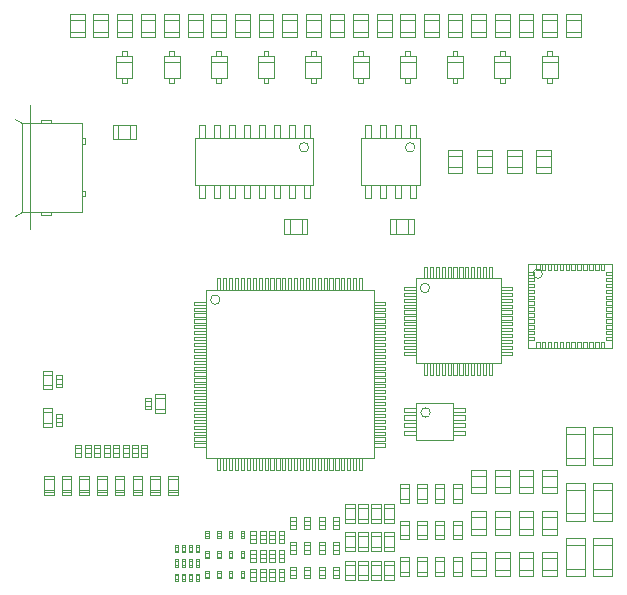
<source format=gbr>
G04 #@! TF.FileFunction,Other,Fab,Top*
%FSLAX46Y46*%
G04 Gerber Fmt 4.6, Leading zero omitted, Abs format (unit mm)*
G04 Created by KiCad (PCBNEW 0.201512291232+6408~40~ubuntu14.04.1-stable) date Thu 31 Dec 2015 04:45:24 GMT*
%MOMM*%
G01*
G04 APERTURE LIST*
%ADD10C,0.100000*%
%ADD11C,0.010000*%
%ADD12C,0.150000*%
G04 APERTURE END LIST*
D10*
D11*
X73500000Y-69625000D02*
X71500000Y-69625000D01*
X71500000Y-69625000D02*
X71500000Y-68375000D01*
X71500000Y-68375000D02*
X73500000Y-68375000D01*
X73500000Y-68375000D02*
X73500000Y-69625000D01*
X73000000Y-69625000D02*
X73000000Y-68375000D01*
X72000000Y-69625000D02*
X72000000Y-68375000D01*
X59000000Y-61625000D02*
X57000000Y-61625000D01*
X57000000Y-61625000D02*
X57000000Y-60375000D01*
X57000000Y-60375000D02*
X59000000Y-60375000D01*
X59000000Y-60375000D02*
X59000000Y-61625000D01*
X58500000Y-61625000D02*
X58500000Y-60375000D01*
X57500000Y-61625000D02*
X57500000Y-60375000D01*
X82500000Y-69625000D02*
X80500000Y-69625000D01*
X80500000Y-69625000D02*
X80500000Y-68375000D01*
X80500000Y-68375000D02*
X82500000Y-68375000D01*
X82500000Y-68375000D02*
X82500000Y-69625000D01*
X82000000Y-69625000D02*
X82000000Y-68375000D01*
X81000000Y-69625000D02*
X81000000Y-68375000D01*
X86625000Y-62500000D02*
X86625000Y-64500000D01*
X86625000Y-64500000D02*
X85375000Y-64500000D01*
X85375000Y-64500000D02*
X85375000Y-62500000D01*
X85375000Y-62500000D02*
X86625000Y-62500000D01*
X86625000Y-63000000D02*
X85375000Y-63000000D01*
X86625000Y-64000000D02*
X85375000Y-64000000D01*
X92875000Y-64500000D02*
X92875000Y-62500000D01*
X92875000Y-62500000D02*
X94125000Y-62500000D01*
X94125000Y-62500000D02*
X94125000Y-64500000D01*
X94125000Y-64500000D02*
X92875000Y-64500000D01*
X92875000Y-64000000D02*
X94125000Y-64000000D01*
X92875000Y-63000000D02*
X94125000Y-63000000D01*
X54625000Y-51000000D02*
X54625000Y-53000000D01*
X54625000Y-53000000D02*
X53375000Y-53000000D01*
X53375000Y-53000000D02*
X53375000Y-51000000D01*
X53375000Y-51000000D02*
X54625000Y-51000000D01*
X54625000Y-51500000D02*
X53375000Y-51500000D01*
X54625000Y-52500000D02*
X53375000Y-52500000D01*
X58625000Y-51000000D02*
X58625000Y-53000000D01*
X58625000Y-53000000D02*
X57375000Y-53000000D01*
X57375000Y-53000000D02*
X57375000Y-51000000D01*
X57375000Y-51000000D02*
X58625000Y-51000000D01*
X58625000Y-51500000D02*
X57375000Y-51500000D01*
X58625000Y-52500000D02*
X57375000Y-52500000D01*
X62625000Y-51000000D02*
X62625000Y-53000000D01*
X62625000Y-53000000D02*
X61375000Y-53000000D01*
X61375000Y-53000000D02*
X61375000Y-51000000D01*
X61375000Y-51000000D02*
X62625000Y-51000000D01*
X62625000Y-51500000D02*
X61375000Y-51500000D01*
X62625000Y-52500000D02*
X61375000Y-52500000D01*
X66625000Y-51000000D02*
X66625000Y-53000000D01*
X66625000Y-53000000D02*
X65375000Y-53000000D01*
X65375000Y-53000000D02*
X65375000Y-51000000D01*
X65375000Y-51000000D02*
X66625000Y-51000000D01*
X66625000Y-51500000D02*
X65375000Y-51500000D01*
X66625000Y-52500000D02*
X65375000Y-52500000D01*
X70625000Y-51000000D02*
X70625000Y-53000000D01*
X70625000Y-53000000D02*
X69375000Y-53000000D01*
X69375000Y-53000000D02*
X69375000Y-51000000D01*
X69375000Y-51000000D02*
X70625000Y-51000000D01*
X70625000Y-51500000D02*
X69375000Y-51500000D01*
X70625000Y-52500000D02*
X69375000Y-52500000D01*
X74625000Y-51000000D02*
X74625000Y-53000000D01*
X74625000Y-53000000D02*
X73375000Y-53000000D01*
X73375000Y-53000000D02*
X73375000Y-51000000D01*
X73375000Y-51000000D02*
X74625000Y-51000000D01*
X74625000Y-51500000D02*
X73375000Y-51500000D01*
X74625000Y-52500000D02*
X73375000Y-52500000D01*
X78625000Y-51000000D02*
X78625000Y-53000000D01*
X78625000Y-53000000D02*
X77375000Y-53000000D01*
X77375000Y-53000000D02*
X77375000Y-51000000D01*
X77375000Y-51000000D02*
X78625000Y-51000000D01*
X78625000Y-51500000D02*
X77375000Y-51500000D01*
X78625000Y-52500000D02*
X77375000Y-52500000D01*
X82625000Y-51000000D02*
X82625000Y-53000000D01*
X82625000Y-53000000D02*
X81375000Y-53000000D01*
X81375000Y-53000000D02*
X81375000Y-51000000D01*
X81375000Y-51000000D02*
X82625000Y-51000000D01*
X82625000Y-51500000D02*
X81375000Y-51500000D01*
X82625000Y-52500000D02*
X81375000Y-52500000D01*
X86625000Y-51000000D02*
X86625000Y-53000000D01*
X86625000Y-53000000D02*
X85375000Y-53000000D01*
X85375000Y-53000000D02*
X85375000Y-51000000D01*
X85375000Y-51000000D02*
X86625000Y-51000000D01*
X86625000Y-51500000D02*
X85375000Y-51500000D01*
X86625000Y-52500000D02*
X85375000Y-52500000D01*
X90625000Y-51000000D02*
X90625000Y-53000000D01*
X90625000Y-53000000D02*
X89375000Y-53000000D01*
X89375000Y-53000000D02*
X89375000Y-51000000D01*
X89375000Y-51000000D02*
X90625000Y-51000000D01*
X90625000Y-51500000D02*
X89375000Y-51500000D01*
X90625000Y-52500000D02*
X89375000Y-52500000D01*
X94625000Y-51000000D02*
X94625000Y-53000000D01*
X94625000Y-53000000D02*
X93375000Y-53000000D01*
X93375000Y-53000000D02*
X93375000Y-51000000D01*
X93375000Y-51000000D02*
X94625000Y-51000000D01*
X94625000Y-51500000D02*
X93375000Y-51500000D01*
X94625000Y-52500000D02*
X93375000Y-52500000D01*
X74000000Y-61500000D02*
X74000000Y-65500000D01*
X74000000Y-65500000D02*
X64000000Y-65500000D01*
X64000000Y-65500000D02*
X64000000Y-61500000D01*
X64000000Y-61500000D02*
X74000000Y-61500000D01*
X73600000Y-62300000D02*
G75*
G03X73600000Y-62300000I-400000J0D01*
G01*
X73695000Y-60400000D02*
X73695000Y-61500000D01*
X73195000Y-61500000D02*
X73195000Y-60400000D01*
X73195000Y-60400000D02*
X73695000Y-60400000D01*
X72425000Y-60400000D02*
X72425000Y-61500000D01*
X71925000Y-61500000D02*
X71925000Y-60400000D01*
X71925000Y-60400000D02*
X72425000Y-60400000D01*
X71155000Y-60400000D02*
X71155000Y-61500000D01*
X70655000Y-61500000D02*
X70655000Y-60400000D01*
X70655000Y-60400000D02*
X71155000Y-60400000D01*
X69885000Y-60400000D02*
X69885000Y-61500000D01*
X69385000Y-61500000D02*
X69385000Y-60400000D01*
X69385000Y-60400000D02*
X69885000Y-60400000D01*
X68615000Y-60400000D02*
X68615000Y-61500000D01*
X68115000Y-61500000D02*
X68115000Y-60400000D01*
X68115000Y-60400000D02*
X68615000Y-60400000D01*
X67345000Y-60400000D02*
X67345000Y-61500000D01*
X66845000Y-61500000D02*
X66845000Y-60400000D01*
X66845000Y-60400000D02*
X67345000Y-60400000D01*
X66075000Y-60400000D02*
X66075000Y-61500000D01*
X65575000Y-61500000D02*
X65575000Y-60400000D01*
X65575000Y-60400000D02*
X66075000Y-60400000D01*
X64805000Y-60400000D02*
X64805000Y-61500000D01*
X64305000Y-61500000D02*
X64305000Y-60400000D01*
X64305000Y-60400000D02*
X64805000Y-60400000D01*
X64805000Y-65500000D02*
X64805000Y-66600000D01*
X64805000Y-66600000D02*
X64305000Y-66600000D01*
X64305000Y-66600000D02*
X64305000Y-65500000D01*
X66075000Y-65500000D02*
X66075000Y-66600000D01*
X66075000Y-66600000D02*
X65575000Y-66600000D01*
X65575000Y-66600000D02*
X65575000Y-65500000D01*
X67345000Y-65500000D02*
X67345000Y-66600000D01*
X67345000Y-66600000D02*
X66845000Y-66600000D01*
X66845000Y-66600000D02*
X66845000Y-65500000D01*
X68615000Y-65500000D02*
X68615000Y-66600000D01*
X68615000Y-66600000D02*
X68115000Y-66600000D01*
X68115000Y-66600000D02*
X68115000Y-65500000D01*
X69885000Y-65500000D02*
X69885000Y-66600000D01*
X69885000Y-66600000D02*
X69385000Y-66600000D01*
X69385000Y-66600000D02*
X69385000Y-65500000D01*
X71155000Y-65500000D02*
X71155000Y-66600000D01*
X71155000Y-66600000D02*
X70655000Y-66600000D01*
X70655000Y-66600000D02*
X70655000Y-65500000D01*
X72425000Y-65500000D02*
X72425000Y-66600000D01*
X72425000Y-66600000D02*
X71925000Y-66600000D01*
X71925000Y-66600000D02*
X71925000Y-65500000D01*
X73695000Y-65500000D02*
X73695000Y-66600000D01*
X73695000Y-66600000D02*
X73195000Y-66600000D01*
X73195000Y-66600000D02*
X73195000Y-65500000D01*
X83000000Y-61500000D02*
X83000000Y-65500000D01*
X83000000Y-65500000D02*
X78000000Y-65500000D01*
X78000000Y-65500000D02*
X78000000Y-61500000D01*
X78000000Y-61500000D02*
X83000000Y-61500000D01*
X82600000Y-62300000D02*
G75*
G03X82600000Y-62300000I-400000J0D01*
G01*
X82655000Y-60400000D02*
X82655000Y-61500000D01*
X82155000Y-61500000D02*
X82155000Y-60400000D01*
X82155000Y-60400000D02*
X82655000Y-60400000D01*
X81385000Y-60400000D02*
X81385000Y-61500000D01*
X80885000Y-61500000D02*
X80885000Y-60400000D01*
X80885000Y-60400000D02*
X81385000Y-60400000D01*
X80115000Y-60400000D02*
X80115000Y-61500000D01*
X79615000Y-61500000D02*
X79615000Y-60400000D01*
X79615000Y-60400000D02*
X80115000Y-60400000D01*
X78845000Y-60400000D02*
X78845000Y-61500000D01*
X78345000Y-61500000D02*
X78345000Y-60400000D01*
X78345000Y-60400000D02*
X78845000Y-60400000D01*
X78845000Y-65500000D02*
X78845000Y-66600000D01*
X78845000Y-66600000D02*
X78345000Y-66600000D01*
X78345000Y-66600000D02*
X78345000Y-65500000D01*
X80115000Y-65500000D02*
X80115000Y-66600000D01*
X80115000Y-66600000D02*
X79615000Y-66600000D01*
X79615000Y-66600000D02*
X79615000Y-65500000D01*
X81385000Y-65500000D02*
X81385000Y-66600000D01*
X81385000Y-66600000D02*
X80885000Y-66600000D01*
X80885000Y-66600000D02*
X80885000Y-65500000D01*
X82655000Y-65500000D02*
X82655000Y-66600000D01*
X82655000Y-66600000D02*
X82155000Y-66600000D01*
X82155000Y-66600000D02*
X82155000Y-65500000D01*
X51790000Y-68050000D02*
X51790000Y-67750000D01*
X50940000Y-68050000D02*
X51790000Y-68050000D01*
X50940000Y-67750000D02*
X50940000Y-68050000D01*
X51790000Y-59950000D02*
X51790000Y-60250000D01*
X50940000Y-59950000D02*
X51790000Y-59950000D01*
X50940000Y-59950000D02*
X50940000Y-60250000D01*
X48740000Y-68100000D02*
X49340000Y-67750000D01*
X48740000Y-59900000D02*
X49340000Y-60250000D01*
X54640000Y-66400000D02*
X54440000Y-66400000D01*
X54640000Y-66000000D02*
X54640000Y-66400000D01*
X54440000Y-66000000D02*
X54640000Y-66000000D01*
X54640000Y-61550000D02*
X54440000Y-61550000D01*
X54640000Y-62000000D02*
X54640000Y-61550000D01*
X54440000Y-62000000D02*
X54640000Y-62000000D01*
X54440000Y-67750000D02*
X49340000Y-67750000D01*
X54440000Y-60250000D02*
X54440000Y-67750000D01*
X49340000Y-60250000D02*
X54440000Y-60250000D01*
X49340000Y-60250000D02*
X49340000Y-67750000D01*
X50040000Y-58740000D02*
X50040000Y-69260000D01*
X89125000Y-62500000D02*
X89125000Y-64500000D01*
X89125000Y-64500000D02*
X87875000Y-64500000D01*
X87875000Y-64500000D02*
X87875000Y-62500000D01*
X87875000Y-62500000D02*
X89125000Y-62500000D01*
X89125000Y-63000000D02*
X87875000Y-63000000D01*
X89125000Y-64000000D02*
X87875000Y-64000000D01*
X91625000Y-62500000D02*
X91625000Y-64500000D01*
X91625000Y-64500000D02*
X90375000Y-64500000D01*
X90375000Y-64500000D02*
X90375000Y-62500000D01*
X90375000Y-62500000D02*
X91625000Y-62500000D01*
X91625000Y-63000000D02*
X90375000Y-63000000D01*
X91625000Y-64000000D02*
X90375000Y-64000000D01*
X55375000Y-53000000D02*
X55375000Y-51000000D01*
X55375000Y-51000000D02*
X56625000Y-51000000D01*
X56625000Y-51000000D02*
X56625000Y-53000000D01*
X56625000Y-53000000D02*
X55375000Y-53000000D01*
X55375000Y-52500000D02*
X56625000Y-52500000D01*
X55375000Y-51500000D02*
X56625000Y-51500000D01*
X59375000Y-53000000D02*
X59375000Y-51000000D01*
X59375000Y-51000000D02*
X60625000Y-51000000D01*
X60625000Y-51000000D02*
X60625000Y-53000000D01*
X60625000Y-53000000D02*
X59375000Y-53000000D01*
X59375000Y-52500000D02*
X60625000Y-52500000D01*
X59375000Y-51500000D02*
X60625000Y-51500000D01*
X63375000Y-53000000D02*
X63375000Y-51000000D01*
X63375000Y-51000000D02*
X64625000Y-51000000D01*
X64625000Y-51000000D02*
X64625000Y-53000000D01*
X64625000Y-53000000D02*
X63375000Y-53000000D01*
X63375000Y-52500000D02*
X64625000Y-52500000D01*
X63375000Y-51500000D02*
X64625000Y-51500000D01*
X67375000Y-53000000D02*
X67375000Y-51000000D01*
X67375000Y-51000000D02*
X68625000Y-51000000D01*
X68625000Y-51000000D02*
X68625000Y-53000000D01*
X68625000Y-53000000D02*
X67375000Y-53000000D01*
X67375000Y-52500000D02*
X68625000Y-52500000D01*
X67375000Y-51500000D02*
X68625000Y-51500000D01*
X71375000Y-53000000D02*
X71375000Y-51000000D01*
X71375000Y-51000000D02*
X72625000Y-51000000D01*
X72625000Y-51000000D02*
X72625000Y-53000000D01*
X72625000Y-53000000D02*
X71375000Y-53000000D01*
X71375000Y-52500000D02*
X72625000Y-52500000D01*
X71375000Y-51500000D02*
X72625000Y-51500000D01*
X75375000Y-53000000D02*
X75375000Y-51000000D01*
X75375000Y-51000000D02*
X76625000Y-51000000D01*
X76625000Y-51000000D02*
X76625000Y-53000000D01*
X76625000Y-53000000D02*
X75375000Y-53000000D01*
X75375000Y-52500000D02*
X76625000Y-52500000D01*
X75375000Y-51500000D02*
X76625000Y-51500000D01*
X79375000Y-53000000D02*
X79375000Y-51000000D01*
X79375000Y-51000000D02*
X80625000Y-51000000D01*
X80625000Y-51000000D02*
X80625000Y-53000000D01*
X80625000Y-53000000D02*
X79375000Y-53000000D01*
X79375000Y-52500000D02*
X80625000Y-52500000D01*
X79375000Y-51500000D02*
X80625000Y-51500000D01*
X83375000Y-53000000D02*
X83375000Y-51000000D01*
X83375000Y-51000000D02*
X84625000Y-51000000D01*
X84625000Y-51000000D02*
X84625000Y-53000000D01*
X84625000Y-53000000D02*
X83375000Y-53000000D01*
X83375000Y-52500000D02*
X84625000Y-52500000D01*
X83375000Y-51500000D02*
X84625000Y-51500000D01*
X87375000Y-53000000D02*
X87375000Y-51000000D01*
X87375000Y-51000000D02*
X88625000Y-51000000D01*
X88625000Y-51000000D02*
X88625000Y-53000000D01*
X88625000Y-53000000D02*
X87375000Y-53000000D01*
X87375000Y-52500000D02*
X88625000Y-52500000D01*
X87375000Y-51500000D02*
X88625000Y-51500000D01*
X91375000Y-53000000D02*
X91375000Y-51000000D01*
X91375000Y-51000000D02*
X92625000Y-51000000D01*
X92625000Y-51000000D02*
X92625000Y-53000000D01*
X92625000Y-53000000D02*
X91375000Y-53000000D01*
X91375000Y-52500000D02*
X92625000Y-52500000D01*
X91375000Y-51500000D02*
X92625000Y-51500000D01*
X95375000Y-53000000D02*
X95375000Y-51000000D01*
X95375000Y-51000000D02*
X96625000Y-51000000D01*
X96625000Y-51000000D02*
X96625000Y-53000000D01*
X96625000Y-53000000D02*
X95375000Y-53000000D01*
X95375000Y-52500000D02*
X96625000Y-52500000D01*
X95375000Y-51500000D02*
X96625000Y-51500000D01*
X68150000Y-94800000D02*
X68150000Y-95400000D01*
X68150000Y-95400000D02*
X67850000Y-95400000D01*
X67850000Y-95400000D02*
X67850000Y-94800000D01*
X67850000Y-94800000D02*
X68150000Y-94800000D01*
X68150000Y-94950000D02*
X67850000Y-94950000D01*
X68150000Y-95250000D02*
X67850000Y-95250000D01*
X68150000Y-96500000D02*
X68150000Y-97100000D01*
X68150000Y-97100000D02*
X67850000Y-97100000D01*
X67850000Y-97100000D02*
X67850000Y-96500000D01*
X67850000Y-96500000D02*
X68150000Y-96500000D01*
X68150000Y-96650000D02*
X67850000Y-96650000D01*
X68150000Y-96950000D02*
X67850000Y-96950000D01*
X68150000Y-98200000D02*
X68150000Y-98800000D01*
X68150000Y-98800000D02*
X67850000Y-98800000D01*
X67850000Y-98800000D02*
X67850000Y-98200000D01*
X67850000Y-98200000D02*
X68150000Y-98200000D01*
X68150000Y-98350000D02*
X67850000Y-98350000D01*
X68150000Y-98650000D02*
X67850000Y-98650000D01*
X76150000Y-93600000D02*
X76150000Y-94600000D01*
X76150000Y-94600000D02*
X75650000Y-94600000D01*
X75650000Y-94600000D02*
X75650000Y-93600000D01*
X75650000Y-93600000D02*
X76150000Y-93600000D01*
X76150000Y-93900000D02*
X75650000Y-93900000D01*
X76150000Y-94300000D02*
X75650000Y-94300000D01*
X76150000Y-95700000D02*
X76150000Y-96700000D01*
X76150000Y-96700000D02*
X75650000Y-96700000D01*
X75650000Y-96700000D02*
X75650000Y-95700000D01*
X75650000Y-95700000D02*
X76150000Y-95700000D01*
X76150000Y-96000000D02*
X75650000Y-96000000D01*
X76150000Y-96400000D02*
X75650000Y-96400000D01*
X76150000Y-97800000D02*
X76150000Y-98800000D01*
X76150000Y-98800000D02*
X75650000Y-98800000D01*
X75650000Y-98800000D02*
X75650000Y-97800000D01*
X75650000Y-97800000D02*
X76150000Y-97800000D01*
X76150000Y-98100000D02*
X75650000Y-98100000D01*
X76150000Y-98500000D02*
X75650000Y-98500000D01*
X86600000Y-90800000D02*
X86600000Y-92400000D01*
X86600000Y-92400000D02*
X85800000Y-92400000D01*
X85800000Y-92400000D02*
X85800000Y-90800000D01*
X85800000Y-90800000D02*
X86600000Y-90800000D01*
X86600000Y-91150000D02*
X85800000Y-91150000D01*
X86600000Y-92050000D02*
X85800000Y-92050000D01*
X86600000Y-93900000D02*
X86600000Y-95500000D01*
X86600000Y-95500000D02*
X85800000Y-95500000D01*
X85800000Y-95500000D02*
X85800000Y-93900000D01*
X85800000Y-93900000D02*
X86600000Y-93900000D01*
X86600000Y-94250000D02*
X85800000Y-94250000D01*
X86600000Y-95150000D02*
X85800000Y-95150000D01*
X86600000Y-97000000D02*
X86600000Y-98600000D01*
X86600000Y-98600000D02*
X85800000Y-98600000D01*
X85800000Y-98600000D02*
X85800000Y-97000000D01*
X85800000Y-97000000D02*
X86600000Y-97000000D01*
X86600000Y-97350000D02*
X85800000Y-97350000D01*
X86600000Y-98250000D02*
X85800000Y-98250000D01*
X94625000Y-89600000D02*
X94625000Y-91600000D01*
X94625000Y-91600000D02*
X93375000Y-91600000D01*
X93375000Y-91600000D02*
X93375000Y-89600000D01*
X93375000Y-89600000D02*
X94625000Y-89600000D01*
X94625000Y-90100000D02*
X93375000Y-90100000D01*
X94625000Y-91100000D02*
X93375000Y-91100000D01*
X94625000Y-93100000D02*
X94625000Y-95100000D01*
X94625000Y-95100000D02*
X93375000Y-95100000D01*
X93375000Y-95100000D02*
X93375000Y-93100000D01*
X93375000Y-93100000D02*
X94625000Y-93100000D01*
X94625000Y-93600000D02*
X93375000Y-93600000D01*
X94625000Y-94600000D02*
X93375000Y-94600000D01*
X94625000Y-96600000D02*
X94625000Y-98600000D01*
X94625000Y-98600000D02*
X93375000Y-98600000D01*
X93375000Y-98600000D02*
X93375000Y-96600000D01*
X93375000Y-96600000D02*
X94625000Y-96600000D01*
X94625000Y-97100000D02*
X93375000Y-97100000D01*
X94625000Y-98100000D02*
X93375000Y-98100000D01*
X97000000Y-86000000D02*
X97000000Y-89200000D01*
X97000000Y-89200000D02*
X95400000Y-89200000D01*
X95400000Y-89200000D02*
X95400000Y-86000000D01*
X95400000Y-86000000D02*
X97000000Y-86000000D01*
X97000000Y-86600000D02*
X95400000Y-86600000D01*
X97000000Y-88600000D02*
X95400000Y-88600000D01*
X97000000Y-90700000D02*
X97000000Y-93900000D01*
X97000000Y-93900000D02*
X95400000Y-93900000D01*
X95400000Y-93900000D02*
X95400000Y-90700000D01*
X95400000Y-90700000D02*
X97000000Y-90700000D01*
X97000000Y-91300000D02*
X95400000Y-91300000D01*
X97000000Y-93300000D02*
X95400000Y-93300000D01*
X97000000Y-95400000D02*
X97000000Y-98600000D01*
X97000000Y-98600000D02*
X95400000Y-98600000D01*
X95400000Y-98600000D02*
X95400000Y-95400000D01*
X95400000Y-95400000D02*
X97000000Y-95400000D01*
X97000000Y-96000000D02*
X95400000Y-96000000D01*
X97000000Y-98000000D02*
X95400000Y-98000000D01*
X67150000Y-94800000D02*
X67150000Y-95400000D01*
X67150000Y-95400000D02*
X66850000Y-95400000D01*
X66850000Y-95400000D02*
X66850000Y-94800000D01*
X66850000Y-94800000D02*
X67150000Y-94800000D01*
X67150000Y-94950000D02*
X66850000Y-94950000D01*
X67150000Y-95250000D02*
X66850000Y-95250000D01*
X67150000Y-96500000D02*
X67150000Y-97100000D01*
X67150000Y-97100000D02*
X66850000Y-97100000D01*
X66850000Y-97100000D02*
X66850000Y-96500000D01*
X66850000Y-96500000D02*
X67150000Y-96500000D01*
X67150000Y-96650000D02*
X66850000Y-96650000D01*
X67150000Y-96950000D02*
X66850000Y-96950000D01*
X67150000Y-98200000D02*
X67150000Y-98800000D01*
X67150000Y-98800000D02*
X66850000Y-98800000D01*
X66850000Y-98800000D02*
X66850000Y-98200000D01*
X66850000Y-98200000D02*
X67150000Y-98200000D01*
X67150000Y-98350000D02*
X66850000Y-98350000D01*
X67150000Y-98650000D02*
X66850000Y-98650000D01*
X74950000Y-93600000D02*
X74950000Y-94600000D01*
X74950000Y-94600000D02*
X74450000Y-94600000D01*
X74450000Y-94600000D02*
X74450000Y-93600000D01*
X74450000Y-93600000D02*
X74950000Y-93600000D01*
X74950000Y-93900000D02*
X74450000Y-93900000D01*
X74950000Y-94300000D02*
X74450000Y-94300000D01*
X74950000Y-95700000D02*
X74950000Y-96700000D01*
X74950000Y-96700000D02*
X74450000Y-96700000D01*
X74450000Y-96700000D02*
X74450000Y-95700000D01*
X74450000Y-95700000D02*
X74950000Y-95700000D01*
X74950000Y-96000000D02*
X74450000Y-96000000D01*
X74950000Y-96400000D02*
X74450000Y-96400000D01*
X74950000Y-97800000D02*
X74950000Y-98800000D01*
X74950000Y-98800000D02*
X74450000Y-98800000D01*
X74450000Y-98800000D02*
X74450000Y-97800000D01*
X74450000Y-97800000D02*
X74950000Y-97800000D01*
X74950000Y-98100000D02*
X74450000Y-98100000D01*
X74950000Y-98500000D02*
X74450000Y-98500000D01*
X85100000Y-90800000D02*
X85100000Y-92400000D01*
X85100000Y-92400000D02*
X84300000Y-92400000D01*
X84300000Y-92400000D02*
X84300000Y-90800000D01*
X84300000Y-90800000D02*
X85100000Y-90800000D01*
X85100000Y-91150000D02*
X84300000Y-91150000D01*
X85100000Y-92050000D02*
X84300000Y-92050000D01*
X85100000Y-93900000D02*
X85100000Y-95500000D01*
X85100000Y-95500000D02*
X84300000Y-95500000D01*
X84300000Y-95500000D02*
X84300000Y-93900000D01*
X84300000Y-93900000D02*
X85100000Y-93900000D01*
X85100000Y-94250000D02*
X84300000Y-94250000D01*
X85100000Y-95150000D02*
X84300000Y-95150000D01*
X85100000Y-97000000D02*
X85100000Y-98600000D01*
X85100000Y-98600000D02*
X84300000Y-98600000D01*
X84300000Y-98600000D02*
X84300000Y-97000000D01*
X84300000Y-97000000D02*
X85100000Y-97000000D01*
X85100000Y-97350000D02*
X84300000Y-97350000D01*
X85100000Y-98250000D02*
X84300000Y-98250000D01*
X92625000Y-89600000D02*
X92625000Y-91600000D01*
X92625000Y-91600000D02*
X91375000Y-91600000D01*
X91375000Y-91600000D02*
X91375000Y-89600000D01*
X91375000Y-89600000D02*
X92625000Y-89600000D01*
X92625000Y-90100000D02*
X91375000Y-90100000D01*
X92625000Y-91100000D02*
X91375000Y-91100000D01*
X92625000Y-93100000D02*
X92625000Y-95100000D01*
X92625000Y-95100000D02*
X91375000Y-95100000D01*
X91375000Y-95100000D02*
X91375000Y-93100000D01*
X91375000Y-93100000D02*
X92625000Y-93100000D01*
X92625000Y-93600000D02*
X91375000Y-93600000D01*
X92625000Y-94600000D02*
X91375000Y-94600000D01*
X92625000Y-96600000D02*
X92625000Y-98600000D01*
X92625000Y-98600000D02*
X91375000Y-98600000D01*
X91375000Y-98600000D02*
X91375000Y-96600000D01*
X91375000Y-96600000D02*
X92625000Y-96600000D01*
X92625000Y-97100000D02*
X91375000Y-97100000D01*
X92625000Y-98100000D02*
X91375000Y-98100000D01*
X99300000Y-86000000D02*
X99300000Y-89200000D01*
X99300000Y-89200000D02*
X97700000Y-89200000D01*
X97700000Y-89200000D02*
X97700000Y-86000000D01*
X97700000Y-86000000D02*
X99300000Y-86000000D01*
X99300000Y-86600000D02*
X97700000Y-86600000D01*
X99300000Y-88600000D02*
X97700000Y-88600000D01*
X99300000Y-90700000D02*
X99300000Y-93900000D01*
X99300000Y-93900000D02*
X97700000Y-93900000D01*
X97700000Y-93900000D02*
X97700000Y-90700000D01*
X97700000Y-90700000D02*
X99300000Y-90700000D01*
X99300000Y-91300000D02*
X97700000Y-91300000D01*
X99300000Y-93300000D02*
X97700000Y-93300000D01*
X99300000Y-95400000D02*
X99300000Y-98600000D01*
X99300000Y-98600000D02*
X97700000Y-98600000D01*
X97700000Y-98600000D02*
X97700000Y-95400000D01*
X97700000Y-95400000D02*
X99300000Y-95400000D01*
X99300000Y-96000000D02*
X97700000Y-96000000D01*
X99300000Y-98000000D02*
X97700000Y-98000000D01*
X66150000Y-94800000D02*
X66150000Y-95400000D01*
X66150000Y-95400000D02*
X65850000Y-95400000D01*
X65850000Y-95400000D02*
X65850000Y-94800000D01*
X65850000Y-94800000D02*
X66150000Y-94800000D01*
X66150000Y-94950000D02*
X65850000Y-94950000D01*
X66150000Y-95250000D02*
X65850000Y-95250000D01*
X66150000Y-96500000D02*
X66150000Y-97100000D01*
X66150000Y-97100000D02*
X65850000Y-97100000D01*
X65850000Y-97100000D02*
X65850000Y-96500000D01*
X65850000Y-96500000D02*
X66150000Y-96500000D01*
X66150000Y-96650000D02*
X65850000Y-96650000D01*
X66150000Y-96950000D02*
X65850000Y-96950000D01*
X66150000Y-98200000D02*
X66150000Y-98800000D01*
X66150000Y-98800000D02*
X65850000Y-98800000D01*
X65850000Y-98800000D02*
X65850000Y-98200000D01*
X65850000Y-98200000D02*
X66150000Y-98200000D01*
X66150000Y-98350000D02*
X65850000Y-98350000D01*
X66150000Y-98650000D02*
X65850000Y-98650000D01*
X73750000Y-93600000D02*
X73750000Y-94600000D01*
X73750000Y-94600000D02*
X73250000Y-94600000D01*
X73250000Y-94600000D02*
X73250000Y-93600000D01*
X73250000Y-93600000D02*
X73750000Y-93600000D01*
X73750000Y-93900000D02*
X73250000Y-93900000D01*
X73750000Y-94300000D02*
X73250000Y-94300000D01*
X73750000Y-95700000D02*
X73750000Y-96700000D01*
X73750000Y-96700000D02*
X73250000Y-96700000D01*
X73250000Y-96700000D02*
X73250000Y-95700000D01*
X73250000Y-95700000D02*
X73750000Y-95700000D01*
X73750000Y-96000000D02*
X73250000Y-96000000D01*
X73750000Y-96400000D02*
X73250000Y-96400000D01*
X73750000Y-97800000D02*
X73750000Y-98800000D01*
X73750000Y-98800000D02*
X73250000Y-98800000D01*
X73250000Y-98800000D02*
X73250000Y-97800000D01*
X73250000Y-97800000D02*
X73750000Y-97800000D01*
X73750000Y-98100000D02*
X73250000Y-98100000D01*
X73750000Y-98500000D02*
X73250000Y-98500000D01*
X83600000Y-90800000D02*
X83600000Y-92400000D01*
X83600000Y-92400000D02*
X82800000Y-92400000D01*
X82800000Y-92400000D02*
X82800000Y-90800000D01*
X82800000Y-90800000D02*
X83600000Y-90800000D01*
X83600000Y-91150000D02*
X82800000Y-91150000D01*
X83600000Y-92050000D02*
X82800000Y-92050000D01*
X83600000Y-93900000D02*
X83600000Y-95500000D01*
X83600000Y-95500000D02*
X82800000Y-95500000D01*
X82800000Y-95500000D02*
X82800000Y-93900000D01*
X82800000Y-93900000D02*
X83600000Y-93900000D01*
X83600000Y-94250000D02*
X82800000Y-94250000D01*
X83600000Y-95150000D02*
X82800000Y-95150000D01*
X83600000Y-97000000D02*
X83600000Y-98600000D01*
X83600000Y-98600000D02*
X82800000Y-98600000D01*
X82800000Y-98600000D02*
X82800000Y-97000000D01*
X82800000Y-97000000D02*
X83600000Y-97000000D01*
X83600000Y-97350000D02*
X82800000Y-97350000D01*
X83600000Y-98250000D02*
X82800000Y-98250000D01*
X90625000Y-89600000D02*
X90625000Y-91600000D01*
X90625000Y-91600000D02*
X89375000Y-91600000D01*
X89375000Y-91600000D02*
X89375000Y-89600000D01*
X89375000Y-89600000D02*
X90625000Y-89600000D01*
X90625000Y-90100000D02*
X89375000Y-90100000D01*
X90625000Y-91100000D02*
X89375000Y-91100000D01*
X90625000Y-93100000D02*
X90625000Y-95100000D01*
X90625000Y-95100000D02*
X89375000Y-95100000D01*
X89375000Y-95100000D02*
X89375000Y-93100000D01*
X89375000Y-93100000D02*
X90625000Y-93100000D01*
X90625000Y-93600000D02*
X89375000Y-93600000D01*
X90625000Y-94600000D02*
X89375000Y-94600000D01*
X90625000Y-96600000D02*
X90625000Y-98600000D01*
X90625000Y-98600000D02*
X89375000Y-98600000D01*
X89375000Y-98600000D02*
X89375000Y-96600000D01*
X89375000Y-96600000D02*
X90625000Y-96600000D01*
X90625000Y-97100000D02*
X89375000Y-97100000D01*
X90625000Y-98100000D02*
X89375000Y-98100000D01*
X65150000Y-94800000D02*
X65150000Y-95400000D01*
X65150000Y-95400000D02*
X64850000Y-95400000D01*
X64850000Y-95400000D02*
X64850000Y-94800000D01*
X64850000Y-94800000D02*
X65150000Y-94800000D01*
X65150000Y-94950000D02*
X64850000Y-94950000D01*
X65150000Y-95250000D02*
X64850000Y-95250000D01*
X65150000Y-96500000D02*
X65150000Y-97100000D01*
X65150000Y-97100000D02*
X64850000Y-97100000D01*
X64850000Y-97100000D02*
X64850000Y-96500000D01*
X64850000Y-96500000D02*
X65150000Y-96500000D01*
X65150000Y-96650000D02*
X64850000Y-96650000D01*
X65150000Y-96950000D02*
X64850000Y-96950000D01*
X65150000Y-98200000D02*
X65150000Y-98800000D01*
X65150000Y-98800000D02*
X64850000Y-98800000D01*
X64850000Y-98800000D02*
X64850000Y-98200000D01*
X64850000Y-98200000D02*
X65150000Y-98200000D01*
X65150000Y-98350000D02*
X64850000Y-98350000D01*
X65150000Y-98650000D02*
X64850000Y-98650000D01*
X72550000Y-93600000D02*
X72550000Y-94600000D01*
X72550000Y-94600000D02*
X72050000Y-94600000D01*
X72050000Y-94600000D02*
X72050000Y-93600000D01*
X72050000Y-93600000D02*
X72550000Y-93600000D01*
X72550000Y-93900000D02*
X72050000Y-93900000D01*
X72550000Y-94300000D02*
X72050000Y-94300000D01*
X72550000Y-95700000D02*
X72550000Y-96700000D01*
X72550000Y-96700000D02*
X72050000Y-96700000D01*
X72050000Y-96700000D02*
X72050000Y-95700000D01*
X72050000Y-95700000D02*
X72550000Y-95700000D01*
X72550000Y-96000000D02*
X72050000Y-96000000D01*
X72550000Y-96400000D02*
X72050000Y-96400000D01*
X72550000Y-97800000D02*
X72550000Y-98800000D01*
X72550000Y-98800000D02*
X72050000Y-98800000D01*
X72050000Y-98800000D02*
X72050000Y-97800000D01*
X72050000Y-97800000D02*
X72550000Y-97800000D01*
X72550000Y-98100000D02*
X72050000Y-98100000D01*
X72550000Y-98500000D02*
X72050000Y-98500000D01*
X82100000Y-90800000D02*
X82100000Y-92400000D01*
X82100000Y-92400000D02*
X81300000Y-92400000D01*
X81300000Y-92400000D02*
X81300000Y-90800000D01*
X81300000Y-90800000D02*
X82100000Y-90800000D01*
X82100000Y-91150000D02*
X81300000Y-91150000D01*
X82100000Y-92050000D02*
X81300000Y-92050000D01*
X82100000Y-93900000D02*
X82100000Y-95500000D01*
X82100000Y-95500000D02*
X81300000Y-95500000D01*
X81300000Y-95500000D02*
X81300000Y-93900000D01*
X81300000Y-93900000D02*
X82100000Y-93900000D01*
X82100000Y-94250000D02*
X81300000Y-94250000D01*
X82100000Y-95150000D02*
X81300000Y-95150000D01*
X82100000Y-97000000D02*
X82100000Y-98600000D01*
X82100000Y-98600000D02*
X81300000Y-98600000D01*
X81300000Y-98600000D02*
X81300000Y-97000000D01*
X81300000Y-97000000D02*
X82100000Y-97000000D01*
X82100000Y-97350000D02*
X81300000Y-97350000D01*
X82100000Y-98250000D02*
X81300000Y-98250000D01*
X82700000Y-83950000D02*
X85800000Y-83950000D01*
X85800000Y-83950000D02*
X85800000Y-87050000D01*
X85800000Y-87050000D02*
X82700000Y-87050000D01*
X82700000Y-87050000D02*
X82700000Y-83950000D01*
X83900000Y-84750000D02*
G75*
G03X83900000Y-84750000I-400000J0D01*
G01*
X81700000Y-84335000D02*
X82700000Y-84335000D01*
X82700000Y-84715000D02*
X81700000Y-84715000D01*
X81700000Y-84715000D02*
X81700000Y-84335000D01*
X81700000Y-84985000D02*
X82700000Y-84985000D01*
X82700000Y-85365000D02*
X81700000Y-85365000D01*
X81700000Y-85365000D02*
X81700000Y-84985000D01*
X81700000Y-85635000D02*
X82700000Y-85635000D01*
X82700000Y-86015000D02*
X81700000Y-86015000D01*
X81700000Y-86015000D02*
X81700000Y-85635000D01*
X81700000Y-86285000D02*
X82700000Y-86285000D01*
X82700000Y-86665000D02*
X81700000Y-86665000D01*
X81700000Y-86665000D02*
X81700000Y-86285000D01*
X85800000Y-86285000D02*
X86800000Y-86285000D01*
X86800000Y-86285000D02*
X86800000Y-86665000D01*
X86800000Y-86665000D02*
X85800000Y-86665000D01*
X85800000Y-85635000D02*
X86800000Y-85635000D01*
X86800000Y-85635000D02*
X86800000Y-86015000D01*
X86800000Y-86015000D02*
X85800000Y-86015000D01*
X85800000Y-84985000D02*
X86800000Y-84985000D01*
X86800000Y-84985000D02*
X86800000Y-85365000D01*
X86800000Y-85365000D02*
X85800000Y-85365000D01*
X85800000Y-84335000D02*
X86800000Y-84335000D01*
X86800000Y-84335000D02*
X86800000Y-84715000D01*
X86800000Y-84715000D02*
X85800000Y-84715000D01*
X82650000Y-73400000D02*
X89850000Y-73400000D01*
X89850000Y-73400000D02*
X89850000Y-80600000D01*
X89850000Y-80600000D02*
X82650000Y-80600000D01*
X82650000Y-80600000D02*
X82650000Y-73400000D01*
X83850000Y-74200000D02*
G75*
G03X83850000Y-74200000I-400000J0D01*
G01*
X81650000Y-74115000D02*
X82650000Y-74115000D01*
X82650000Y-74385000D02*
X81650000Y-74385000D01*
X81650000Y-74385000D02*
X81650000Y-74115000D01*
X81650000Y-74615000D02*
X82650000Y-74615000D01*
X82650000Y-74885000D02*
X81650000Y-74885000D01*
X81650000Y-74885000D02*
X81650000Y-74615000D01*
X81650000Y-75115000D02*
X82650000Y-75115000D01*
X82650000Y-75385000D02*
X81650000Y-75385000D01*
X81650000Y-75385000D02*
X81650000Y-75115000D01*
X81650000Y-75615000D02*
X82650000Y-75615000D01*
X82650000Y-75885000D02*
X81650000Y-75885000D01*
X81650000Y-75885000D02*
X81650000Y-75615000D01*
X81650000Y-76115000D02*
X82650000Y-76115000D01*
X82650000Y-76385000D02*
X81650000Y-76385000D01*
X81650000Y-76385000D02*
X81650000Y-76115000D01*
X81650000Y-76615000D02*
X82650000Y-76615000D01*
X82650000Y-76885000D02*
X81650000Y-76885000D01*
X81650000Y-76885000D02*
X81650000Y-76615000D01*
X81650000Y-77115000D02*
X82650000Y-77115000D01*
X82650000Y-77385000D02*
X81650000Y-77385000D01*
X81650000Y-77385000D02*
X81650000Y-77115000D01*
X81650000Y-77615000D02*
X82650000Y-77615000D01*
X82650000Y-77885000D02*
X81650000Y-77885000D01*
X81650000Y-77885000D02*
X81650000Y-77615000D01*
X81650000Y-78115000D02*
X82650000Y-78115000D01*
X82650000Y-78385000D02*
X81650000Y-78385000D01*
X81650000Y-78385000D02*
X81650000Y-78115000D01*
X81650000Y-78615000D02*
X82650000Y-78615000D01*
X82650000Y-78885000D02*
X81650000Y-78885000D01*
X81650000Y-78885000D02*
X81650000Y-78615000D01*
X81650000Y-79115000D02*
X82650000Y-79115000D01*
X82650000Y-79385000D02*
X81650000Y-79385000D01*
X81650000Y-79385000D02*
X81650000Y-79115000D01*
X81650000Y-79615000D02*
X82650000Y-79615000D01*
X82650000Y-79885000D02*
X81650000Y-79885000D01*
X81650000Y-79885000D02*
X81650000Y-79615000D01*
X89850000Y-79615000D02*
X90850000Y-79615000D01*
X90850000Y-79615000D02*
X90850000Y-79885000D01*
X90850000Y-79885000D02*
X89850000Y-79885000D01*
X89850000Y-79115000D02*
X90850000Y-79115000D01*
X90850000Y-79115000D02*
X90850000Y-79385000D01*
X90850000Y-79385000D02*
X89850000Y-79385000D01*
X89850000Y-78615000D02*
X90850000Y-78615000D01*
X90850000Y-78615000D02*
X90850000Y-78885000D01*
X90850000Y-78885000D02*
X89850000Y-78885000D01*
X89850000Y-78115000D02*
X90850000Y-78115000D01*
X90850000Y-78115000D02*
X90850000Y-78385000D01*
X90850000Y-78385000D02*
X89850000Y-78385000D01*
X89850000Y-77615000D02*
X90850000Y-77615000D01*
X90850000Y-77615000D02*
X90850000Y-77885000D01*
X90850000Y-77885000D02*
X89850000Y-77885000D01*
X89850000Y-77115000D02*
X90850000Y-77115000D01*
X90850000Y-77115000D02*
X90850000Y-77385000D01*
X90850000Y-77385000D02*
X89850000Y-77385000D01*
X89850000Y-76615000D02*
X90850000Y-76615000D01*
X90850000Y-76615000D02*
X90850000Y-76885000D01*
X90850000Y-76885000D02*
X89850000Y-76885000D01*
X89850000Y-76115000D02*
X90850000Y-76115000D01*
X90850000Y-76115000D02*
X90850000Y-76385000D01*
X90850000Y-76385000D02*
X89850000Y-76385000D01*
X89850000Y-75615000D02*
X90850000Y-75615000D01*
X90850000Y-75615000D02*
X90850000Y-75885000D01*
X90850000Y-75885000D02*
X89850000Y-75885000D01*
X89850000Y-75115000D02*
X90850000Y-75115000D01*
X90850000Y-75115000D02*
X90850000Y-75385000D01*
X90850000Y-75385000D02*
X89850000Y-75385000D01*
X89850000Y-74615000D02*
X90850000Y-74615000D01*
X90850000Y-74615000D02*
X90850000Y-74885000D01*
X90850000Y-74885000D02*
X89850000Y-74885000D01*
X89850000Y-74115000D02*
X90850000Y-74115000D01*
X90850000Y-74115000D02*
X90850000Y-74385000D01*
X90850000Y-74385000D02*
X89850000Y-74385000D01*
X88865000Y-72400000D02*
X89135000Y-72400000D01*
X89135000Y-72400000D02*
X89135000Y-73400000D01*
X88865000Y-73400000D02*
X88865000Y-72400000D01*
X88365000Y-72400000D02*
X88635000Y-72400000D01*
X88635000Y-72400000D02*
X88635000Y-73400000D01*
X88365000Y-73400000D02*
X88365000Y-72400000D01*
X87865000Y-72400000D02*
X88135000Y-72400000D01*
X88135000Y-72400000D02*
X88135000Y-73400000D01*
X87865000Y-73400000D02*
X87865000Y-72400000D01*
X87365000Y-72400000D02*
X87635000Y-72400000D01*
X87635000Y-72400000D02*
X87635000Y-73400000D01*
X87365000Y-73400000D02*
X87365000Y-72400000D01*
X86865000Y-72400000D02*
X87135000Y-72400000D01*
X87135000Y-72400000D02*
X87135000Y-73400000D01*
X86865000Y-73400000D02*
X86865000Y-72400000D01*
X86365000Y-72400000D02*
X86635000Y-72400000D01*
X86635000Y-72400000D02*
X86635000Y-73400000D01*
X86365000Y-73400000D02*
X86365000Y-72400000D01*
X85865000Y-72400000D02*
X86135000Y-72400000D01*
X86135000Y-72400000D02*
X86135000Y-73400000D01*
X85865000Y-73400000D02*
X85865000Y-72400000D01*
X85365000Y-72400000D02*
X85635000Y-72400000D01*
X85635000Y-72400000D02*
X85635000Y-73400000D01*
X85365000Y-73400000D02*
X85365000Y-72400000D01*
X84865000Y-72400000D02*
X85135000Y-72400000D01*
X85135000Y-72400000D02*
X85135000Y-73400000D01*
X84865000Y-73400000D02*
X84865000Y-72400000D01*
X84365000Y-72400000D02*
X84635000Y-72400000D01*
X84635000Y-72400000D02*
X84635000Y-73400000D01*
X84365000Y-73400000D02*
X84365000Y-72400000D01*
X83865000Y-72400000D02*
X84135000Y-72400000D01*
X84135000Y-72400000D02*
X84135000Y-73400000D01*
X83865000Y-73400000D02*
X83865000Y-72400000D01*
X83365000Y-72400000D02*
X83635000Y-72400000D01*
X83635000Y-72400000D02*
X83635000Y-73400000D01*
X83365000Y-73400000D02*
X83365000Y-72400000D01*
X83635000Y-80600000D02*
X83635000Y-81600000D01*
X83635000Y-81600000D02*
X83365000Y-81600000D01*
X83365000Y-81600000D02*
X83365000Y-80600000D01*
X84135000Y-80600000D02*
X84135000Y-81600000D01*
X84135000Y-81600000D02*
X83865000Y-81600000D01*
X83865000Y-81600000D02*
X83865000Y-80600000D01*
X84635000Y-80600000D02*
X84635000Y-81600000D01*
X84635000Y-81600000D02*
X84365000Y-81600000D01*
X84365000Y-81600000D02*
X84365000Y-80600000D01*
X85135000Y-80600000D02*
X85135000Y-81600000D01*
X85135000Y-81600000D02*
X84865000Y-81600000D01*
X84865000Y-81600000D02*
X84865000Y-80600000D01*
X85635000Y-80600000D02*
X85635000Y-81600000D01*
X85635000Y-81600000D02*
X85365000Y-81600000D01*
X85365000Y-81600000D02*
X85365000Y-80600000D01*
X86135000Y-80600000D02*
X86135000Y-81600000D01*
X86135000Y-81600000D02*
X85865000Y-81600000D01*
X85865000Y-81600000D02*
X85865000Y-80600000D01*
X86635000Y-80600000D02*
X86635000Y-81600000D01*
X86635000Y-81600000D02*
X86365000Y-81600000D01*
X86365000Y-81600000D02*
X86365000Y-80600000D01*
X87135000Y-80600000D02*
X87135000Y-81600000D01*
X87135000Y-81600000D02*
X86865000Y-81600000D01*
X86865000Y-81600000D02*
X86865000Y-80600000D01*
X87635000Y-80600000D02*
X87635000Y-81600000D01*
X87635000Y-81600000D02*
X87365000Y-81600000D01*
X87365000Y-81600000D02*
X87365000Y-80600000D01*
X88135000Y-80600000D02*
X88135000Y-81600000D01*
X88135000Y-81600000D02*
X87865000Y-81600000D01*
X87865000Y-81600000D02*
X87865000Y-80600000D01*
X88635000Y-80600000D02*
X88635000Y-81600000D01*
X88635000Y-81600000D02*
X88365000Y-81600000D01*
X88365000Y-81600000D02*
X88365000Y-80600000D01*
X89135000Y-80600000D02*
X89135000Y-81600000D01*
X89135000Y-81600000D02*
X88865000Y-81600000D01*
X88865000Y-81600000D02*
X88865000Y-80600000D01*
X64900000Y-74400000D02*
X79100000Y-74400000D01*
X79100000Y-74400000D02*
X79100000Y-88600000D01*
X79100000Y-88600000D02*
X64900000Y-88600000D01*
X64900000Y-88600000D02*
X64900000Y-74400000D01*
X66100000Y-75200000D02*
G75*
G03X66100000Y-75200000I-400000J0D01*
G01*
X63900000Y-75365000D02*
X64900000Y-75365000D01*
X64900000Y-75635000D02*
X63900000Y-75635000D01*
X63900000Y-75635000D02*
X63900000Y-75365000D01*
X63900000Y-75865000D02*
X64900000Y-75865000D01*
X64900000Y-76135000D02*
X63900000Y-76135000D01*
X63900000Y-76135000D02*
X63900000Y-75865000D01*
X63900000Y-76365000D02*
X64900000Y-76365000D01*
X64900000Y-76635000D02*
X63900000Y-76635000D01*
X63900000Y-76635000D02*
X63900000Y-76365000D01*
X63900000Y-76865000D02*
X64900000Y-76865000D01*
X64900000Y-77135000D02*
X63900000Y-77135000D01*
X63900000Y-77135000D02*
X63900000Y-76865000D01*
X63900000Y-77365000D02*
X64900000Y-77365000D01*
X64900000Y-77635000D02*
X63900000Y-77635000D01*
X63900000Y-77635000D02*
X63900000Y-77365000D01*
X63900000Y-77865000D02*
X64900000Y-77865000D01*
X64900000Y-78135000D02*
X63900000Y-78135000D01*
X63900000Y-78135000D02*
X63900000Y-77865000D01*
X63900000Y-78365000D02*
X64900000Y-78365000D01*
X64900000Y-78635000D02*
X63900000Y-78635000D01*
X63900000Y-78635000D02*
X63900000Y-78365000D01*
X63900000Y-78865000D02*
X64900000Y-78865000D01*
X64900000Y-79135000D02*
X63900000Y-79135000D01*
X63900000Y-79135000D02*
X63900000Y-78865000D01*
X63900000Y-79365000D02*
X64900000Y-79365000D01*
X64900000Y-79635000D02*
X63900000Y-79635000D01*
X63900000Y-79635000D02*
X63900000Y-79365000D01*
X63900000Y-79865000D02*
X64900000Y-79865000D01*
X64900000Y-80135000D02*
X63900000Y-80135000D01*
X63900000Y-80135000D02*
X63900000Y-79865000D01*
X63900000Y-80365000D02*
X64900000Y-80365000D01*
X64900000Y-80635000D02*
X63900000Y-80635000D01*
X63900000Y-80635000D02*
X63900000Y-80365000D01*
X63900000Y-80865000D02*
X64900000Y-80865000D01*
X64900000Y-81135000D02*
X63900000Y-81135000D01*
X63900000Y-81135000D02*
X63900000Y-80865000D01*
X63900000Y-81365000D02*
X64900000Y-81365000D01*
X64900000Y-81635000D02*
X63900000Y-81635000D01*
X63900000Y-81635000D02*
X63900000Y-81365000D01*
X63900000Y-81865000D02*
X64900000Y-81865000D01*
X64900000Y-82135000D02*
X63900000Y-82135000D01*
X63900000Y-82135000D02*
X63900000Y-81865000D01*
X63900000Y-82365000D02*
X64900000Y-82365000D01*
X64900000Y-82635000D02*
X63900000Y-82635000D01*
X63900000Y-82635000D02*
X63900000Y-82365000D01*
X63900000Y-82865000D02*
X64900000Y-82865000D01*
X64900000Y-83135000D02*
X63900000Y-83135000D01*
X63900000Y-83135000D02*
X63900000Y-82865000D01*
X63900000Y-83365000D02*
X64900000Y-83365000D01*
X64900000Y-83635000D02*
X63900000Y-83635000D01*
X63900000Y-83635000D02*
X63900000Y-83365000D01*
X63900000Y-83865000D02*
X64900000Y-83865000D01*
X64900000Y-84135000D02*
X63900000Y-84135000D01*
X63900000Y-84135000D02*
X63900000Y-83865000D01*
X63900000Y-84365000D02*
X64900000Y-84365000D01*
X64900000Y-84635000D02*
X63900000Y-84635000D01*
X63900000Y-84635000D02*
X63900000Y-84365000D01*
X63900000Y-84865000D02*
X64900000Y-84865000D01*
X64900000Y-85135000D02*
X63900000Y-85135000D01*
X63900000Y-85135000D02*
X63900000Y-84865000D01*
X63900000Y-85365000D02*
X64900000Y-85365000D01*
X64900000Y-85635000D02*
X63900000Y-85635000D01*
X63900000Y-85635000D02*
X63900000Y-85365000D01*
X63900000Y-85865000D02*
X64900000Y-85865000D01*
X64900000Y-86135000D02*
X63900000Y-86135000D01*
X63900000Y-86135000D02*
X63900000Y-85865000D01*
X63900000Y-86365000D02*
X64900000Y-86365000D01*
X64900000Y-86635000D02*
X63900000Y-86635000D01*
X63900000Y-86635000D02*
X63900000Y-86365000D01*
X63900000Y-86865000D02*
X64900000Y-86865000D01*
X64900000Y-87135000D02*
X63900000Y-87135000D01*
X63900000Y-87135000D02*
X63900000Y-86865000D01*
X63900000Y-87365000D02*
X64900000Y-87365000D01*
X64900000Y-87635000D02*
X63900000Y-87635000D01*
X63900000Y-87635000D02*
X63900000Y-87365000D01*
X79100000Y-87365000D02*
X80100000Y-87365000D01*
X80100000Y-87365000D02*
X80100000Y-87635000D01*
X80100000Y-87635000D02*
X79100000Y-87635000D01*
X79100000Y-86865000D02*
X80100000Y-86865000D01*
X80100000Y-86865000D02*
X80100000Y-87135000D01*
X80100000Y-87135000D02*
X79100000Y-87135000D01*
X79100000Y-86365000D02*
X80100000Y-86365000D01*
X80100000Y-86365000D02*
X80100000Y-86635000D01*
X80100000Y-86635000D02*
X79100000Y-86635000D01*
X79100000Y-85865000D02*
X80100000Y-85865000D01*
X80100000Y-85865000D02*
X80100000Y-86135000D01*
X80100000Y-86135000D02*
X79100000Y-86135000D01*
X79100000Y-85365000D02*
X80100000Y-85365000D01*
X80100000Y-85365000D02*
X80100000Y-85635000D01*
X80100000Y-85635000D02*
X79100000Y-85635000D01*
X79100000Y-84865000D02*
X80100000Y-84865000D01*
X80100000Y-84865000D02*
X80100000Y-85135000D01*
X80100000Y-85135000D02*
X79100000Y-85135000D01*
X79100000Y-84365000D02*
X80100000Y-84365000D01*
X80100000Y-84365000D02*
X80100000Y-84635000D01*
X80100000Y-84635000D02*
X79100000Y-84635000D01*
X79100000Y-83865000D02*
X80100000Y-83865000D01*
X80100000Y-83865000D02*
X80100000Y-84135000D01*
X80100000Y-84135000D02*
X79100000Y-84135000D01*
X79100000Y-83365000D02*
X80100000Y-83365000D01*
X80100000Y-83365000D02*
X80100000Y-83635000D01*
X80100000Y-83635000D02*
X79100000Y-83635000D01*
X79100000Y-82865000D02*
X80100000Y-82865000D01*
X80100000Y-82865000D02*
X80100000Y-83135000D01*
X80100000Y-83135000D02*
X79100000Y-83135000D01*
X79100000Y-82365000D02*
X80100000Y-82365000D01*
X80100000Y-82365000D02*
X80100000Y-82635000D01*
X80100000Y-82635000D02*
X79100000Y-82635000D01*
X79100000Y-81865000D02*
X80100000Y-81865000D01*
X80100000Y-81865000D02*
X80100000Y-82135000D01*
X80100000Y-82135000D02*
X79100000Y-82135000D01*
X79100000Y-81365000D02*
X80100000Y-81365000D01*
X80100000Y-81365000D02*
X80100000Y-81635000D01*
X80100000Y-81635000D02*
X79100000Y-81635000D01*
X79100000Y-80865000D02*
X80100000Y-80865000D01*
X80100000Y-80865000D02*
X80100000Y-81135000D01*
X80100000Y-81135000D02*
X79100000Y-81135000D01*
X79100000Y-80365000D02*
X80100000Y-80365000D01*
X80100000Y-80365000D02*
X80100000Y-80635000D01*
X80100000Y-80635000D02*
X79100000Y-80635000D01*
X79100000Y-79865000D02*
X80100000Y-79865000D01*
X80100000Y-79865000D02*
X80100000Y-80135000D01*
X80100000Y-80135000D02*
X79100000Y-80135000D01*
X79100000Y-79365000D02*
X80100000Y-79365000D01*
X80100000Y-79365000D02*
X80100000Y-79635000D01*
X80100000Y-79635000D02*
X79100000Y-79635000D01*
X79100000Y-78865000D02*
X80100000Y-78865000D01*
X80100000Y-78865000D02*
X80100000Y-79135000D01*
X80100000Y-79135000D02*
X79100000Y-79135000D01*
X79100000Y-78365000D02*
X80100000Y-78365000D01*
X80100000Y-78365000D02*
X80100000Y-78635000D01*
X80100000Y-78635000D02*
X79100000Y-78635000D01*
X79100000Y-77865000D02*
X80100000Y-77865000D01*
X80100000Y-77865000D02*
X80100000Y-78135000D01*
X80100000Y-78135000D02*
X79100000Y-78135000D01*
X79100000Y-77365000D02*
X80100000Y-77365000D01*
X80100000Y-77365000D02*
X80100000Y-77635000D01*
X80100000Y-77635000D02*
X79100000Y-77635000D01*
X79100000Y-76865000D02*
X80100000Y-76865000D01*
X80100000Y-76865000D02*
X80100000Y-77135000D01*
X80100000Y-77135000D02*
X79100000Y-77135000D01*
X79100000Y-76365000D02*
X80100000Y-76365000D01*
X80100000Y-76365000D02*
X80100000Y-76635000D01*
X80100000Y-76635000D02*
X79100000Y-76635000D01*
X79100000Y-75865000D02*
X80100000Y-75865000D01*
X80100000Y-75865000D02*
X80100000Y-76135000D01*
X80100000Y-76135000D02*
X79100000Y-76135000D01*
X79100000Y-75365000D02*
X80100000Y-75365000D01*
X80100000Y-75365000D02*
X80100000Y-75635000D01*
X80100000Y-75635000D02*
X79100000Y-75635000D01*
X77865000Y-73400000D02*
X78135000Y-73400000D01*
X78135000Y-73400000D02*
X78135000Y-74400000D01*
X77865000Y-74400000D02*
X77865000Y-73400000D01*
X77365000Y-73400000D02*
X77635000Y-73400000D01*
X77635000Y-73400000D02*
X77635000Y-74400000D01*
X77365000Y-74400000D02*
X77365000Y-73400000D01*
X76865000Y-73400000D02*
X77135000Y-73400000D01*
X77135000Y-73400000D02*
X77135000Y-74400000D01*
X76865000Y-74400000D02*
X76865000Y-73400000D01*
X76365000Y-73400000D02*
X76635000Y-73400000D01*
X76635000Y-73400000D02*
X76635000Y-74400000D01*
X76365000Y-74400000D02*
X76365000Y-73400000D01*
X75865000Y-73400000D02*
X76135000Y-73400000D01*
X76135000Y-73400000D02*
X76135000Y-74400000D01*
X75865000Y-74400000D02*
X75865000Y-73400000D01*
X75365000Y-73400000D02*
X75635000Y-73400000D01*
X75635000Y-73400000D02*
X75635000Y-74400000D01*
X75365000Y-74400000D02*
X75365000Y-73400000D01*
X74865000Y-73400000D02*
X75135000Y-73400000D01*
X75135000Y-73400000D02*
X75135000Y-74400000D01*
X74865000Y-74400000D02*
X74865000Y-73400000D01*
X74365000Y-73400000D02*
X74635000Y-73400000D01*
X74635000Y-73400000D02*
X74635000Y-74400000D01*
X74365000Y-74400000D02*
X74365000Y-73400000D01*
X73865000Y-73400000D02*
X74135000Y-73400000D01*
X74135000Y-73400000D02*
X74135000Y-74400000D01*
X73865000Y-74400000D02*
X73865000Y-73400000D01*
X73365000Y-73400000D02*
X73635000Y-73400000D01*
X73635000Y-73400000D02*
X73635000Y-74400000D01*
X73365000Y-74400000D02*
X73365000Y-73400000D01*
X72865000Y-73400000D02*
X73135000Y-73400000D01*
X73135000Y-73400000D02*
X73135000Y-74400000D01*
X72865000Y-74400000D02*
X72865000Y-73400000D01*
X72365000Y-73400000D02*
X72635000Y-73400000D01*
X72635000Y-73400000D02*
X72635000Y-74400000D01*
X72365000Y-74400000D02*
X72365000Y-73400000D01*
X71865000Y-73400000D02*
X72135000Y-73400000D01*
X72135000Y-73400000D02*
X72135000Y-74400000D01*
X71865000Y-74400000D02*
X71865000Y-73400000D01*
X71365000Y-73400000D02*
X71635000Y-73400000D01*
X71635000Y-73400000D02*
X71635000Y-74400000D01*
X71365000Y-74400000D02*
X71365000Y-73400000D01*
X70865000Y-73400000D02*
X71135000Y-73400000D01*
X71135000Y-73400000D02*
X71135000Y-74400000D01*
X70865000Y-74400000D02*
X70865000Y-73400000D01*
X70365000Y-73400000D02*
X70635000Y-73400000D01*
X70635000Y-73400000D02*
X70635000Y-74400000D01*
X70365000Y-74400000D02*
X70365000Y-73400000D01*
X69865000Y-73400000D02*
X70135000Y-73400000D01*
X70135000Y-73400000D02*
X70135000Y-74400000D01*
X69865000Y-74400000D02*
X69865000Y-73400000D01*
X69365000Y-73400000D02*
X69635000Y-73400000D01*
X69635000Y-73400000D02*
X69635000Y-74400000D01*
X69365000Y-74400000D02*
X69365000Y-73400000D01*
X68865000Y-73400000D02*
X69135000Y-73400000D01*
X69135000Y-73400000D02*
X69135000Y-74400000D01*
X68865000Y-74400000D02*
X68865000Y-73400000D01*
X68365000Y-73400000D02*
X68635000Y-73400000D01*
X68635000Y-73400000D02*
X68635000Y-74400000D01*
X68365000Y-74400000D02*
X68365000Y-73400000D01*
X67865000Y-73400000D02*
X68135000Y-73400000D01*
X68135000Y-73400000D02*
X68135000Y-74400000D01*
X67865000Y-74400000D02*
X67865000Y-73400000D01*
X67365000Y-73400000D02*
X67635000Y-73400000D01*
X67635000Y-73400000D02*
X67635000Y-74400000D01*
X67365000Y-74400000D02*
X67365000Y-73400000D01*
X66865000Y-73400000D02*
X67135000Y-73400000D01*
X67135000Y-73400000D02*
X67135000Y-74400000D01*
X66865000Y-74400000D02*
X66865000Y-73400000D01*
X66365000Y-73400000D02*
X66635000Y-73400000D01*
X66635000Y-73400000D02*
X66635000Y-74400000D01*
X66365000Y-74400000D02*
X66365000Y-73400000D01*
X65865000Y-73400000D02*
X66135000Y-73400000D01*
X66135000Y-73400000D02*
X66135000Y-74400000D01*
X65865000Y-74400000D02*
X65865000Y-73400000D01*
X66135000Y-88600000D02*
X66135000Y-89600000D01*
X66135000Y-89600000D02*
X65865000Y-89600000D01*
X65865000Y-89600000D02*
X65865000Y-88600000D01*
X66635000Y-88600000D02*
X66635000Y-89600000D01*
X66635000Y-89600000D02*
X66365000Y-89600000D01*
X66365000Y-89600000D02*
X66365000Y-88600000D01*
X67135000Y-88600000D02*
X67135000Y-89600000D01*
X67135000Y-89600000D02*
X66865000Y-89600000D01*
X66865000Y-89600000D02*
X66865000Y-88600000D01*
X67635000Y-88600000D02*
X67635000Y-89600000D01*
X67635000Y-89600000D02*
X67365000Y-89600000D01*
X67365000Y-89600000D02*
X67365000Y-88600000D01*
X68135000Y-88600000D02*
X68135000Y-89600000D01*
X68135000Y-89600000D02*
X67865000Y-89600000D01*
X67865000Y-89600000D02*
X67865000Y-88600000D01*
X68635000Y-88600000D02*
X68635000Y-89600000D01*
X68635000Y-89600000D02*
X68365000Y-89600000D01*
X68365000Y-89600000D02*
X68365000Y-88600000D01*
X69135000Y-88600000D02*
X69135000Y-89600000D01*
X69135000Y-89600000D02*
X68865000Y-89600000D01*
X68865000Y-89600000D02*
X68865000Y-88600000D01*
X69635000Y-88600000D02*
X69635000Y-89600000D01*
X69635000Y-89600000D02*
X69365000Y-89600000D01*
X69365000Y-89600000D02*
X69365000Y-88600000D01*
X70135000Y-88600000D02*
X70135000Y-89600000D01*
X70135000Y-89600000D02*
X69865000Y-89600000D01*
X69865000Y-89600000D02*
X69865000Y-88600000D01*
X70635000Y-88600000D02*
X70635000Y-89600000D01*
X70635000Y-89600000D02*
X70365000Y-89600000D01*
X70365000Y-89600000D02*
X70365000Y-88600000D01*
X71135000Y-88600000D02*
X71135000Y-89600000D01*
X71135000Y-89600000D02*
X70865000Y-89600000D01*
X70865000Y-89600000D02*
X70865000Y-88600000D01*
X71635000Y-88600000D02*
X71635000Y-89600000D01*
X71635000Y-89600000D02*
X71365000Y-89600000D01*
X71365000Y-89600000D02*
X71365000Y-88600000D01*
X72135000Y-88600000D02*
X72135000Y-89600000D01*
X72135000Y-89600000D02*
X71865000Y-89600000D01*
X71865000Y-89600000D02*
X71865000Y-88600000D01*
X72635000Y-88600000D02*
X72635000Y-89600000D01*
X72635000Y-89600000D02*
X72365000Y-89600000D01*
X72365000Y-89600000D02*
X72365000Y-88600000D01*
X73135000Y-88600000D02*
X73135000Y-89600000D01*
X73135000Y-89600000D02*
X72865000Y-89600000D01*
X72865000Y-89600000D02*
X72865000Y-88600000D01*
X73635000Y-88600000D02*
X73635000Y-89600000D01*
X73635000Y-89600000D02*
X73365000Y-89600000D01*
X73365000Y-89600000D02*
X73365000Y-88600000D01*
X74135000Y-88600000D02*
X74135000Y-89600000D01*
X74135000Y-89600000D02*
X73865000Y-89600000D01*
X73865000Y-89600000D02*
X73865000Y-88600000D01*
X74635000Y-88600000D02*
X74635000Y-89600000D01*
X74635000Y-89600000D02*
X74365000Y-89600000D01*
X74365000Y-89600000D02*
X74365000Y-88600000D01*
X75135000Y-88600000D02*
X75135000Y-89600000D01*
X75135000Y-89600000D02*
X74865000Y-89600000D01*
X74865000Y-89600000D02*
X74865000Y-88600000D01*
X75635000Y-88600000D02*
X75635000Y-89600000D01*
X75635000Y-89600000D02*
X75365000Y-89600000D01*
X75365000Y-89600000D02*
X75365000Y-88600000D01*
X76135000Y-88600000D02*
X76135000Y-89600000D01*
X76135000Y-89600000D02*
X75865000Y-89600000D01*
X75865000Y-89600000D02*
X75865000Y-88600000D01*
X76635000Y-88600000D02*
X76635000Y-89600000D01*
X76635000Y-89600000D02*
X76365000Y-89600000D01*
X76365000Y-89600000D02*
X76365000Y-88600000D01*
X77135000Y-88600000D02*
X77135000Y-89600000D01*
X77135000Y-89600000D02*
X76865000Y-89600000D01*
X76865000Y-89600000D02*
X76865000Y-88600000D01*
X77635000Y-88600000D02*
X77635000Y-89600000D01*
X77635000Y-89600000D02*
X77365000Y-89600000D01*
X77365000Y-89600000D02*
X77365000Y-88600000D01*
X78135000Y-88600000D02*
X78135000Y-89600000D01*
X78135000Y-89600000D02*
X77865000Y-89600000D01*
X77865000Y-89600000D02*
X77865000Y-88600000D01*
X70675000Y-54600000D02*
X70675000Y-56400000D01*
X70675000Y-56400000D02*
X69325000Y-56400000D01*
X69325000Y-56400000D02*
X69325000Y-54600000D01*
X69325000Y-54600000D02*
X70675000Y-54600000D01*
X70675000Y-55050000D02*
X69325000Y-55050000D01*
X70200000Y-54150000D02*
X69800000Y-54150000D01*
X70200000Y-54150000D02*
X70200000Y-54600000D01*
X69800000Y-54150000D02*
X69800000Y-54600000D01*
X70200000Y-56850000D02*
X69800000Y-56850000D01*
X70200000Y-56850000D02*
X70200000Y-56400000D01*
X69800000Y-56850000D02*
X69800000Y-56400000D01*
X66675000Y-54600000D02*
X66675000Y-56400000D01*
X66675000Y-56400000D02*
X65325000Y-56400000D01*
X65325000Y-56400000D02*
X65325000Y-54600000D01*
X65325000Y-54600000D02*
X66675000Y-54600000D01*
X66675000Y-55050000D02*
X65325000Y-55050000D01*
X66200000Y-54150000D02*
X65800000Y-54150000D01*
X66200000Y-54150000D02*
X66200000Y-54600000D01*
X65800000Y-54150000D02*
X65800000Y-54600000D01*
X66200000Y-56850000D02*
X65800000Y-56850000D01*
X66200000Y-56850000D02*
X66200000Y-56400000D01*
X65800000Y-56850000D02*
X65800000Y-56400000D01*
X62675000Y-54600000D02*
X62675000Y-56400000D01*
X62675000Y-56400000D02*
X61325000Y-56400000D01*
X61325000Y-56400000D02*
X61325000Y-54600000D01*
X61325000Y-54600000D02*
X62675000Y-54600000D01*
X62675000Y-55050000D02*
X61325000Y-55050000D01*
X62200000Y-54150000D02*
X61800000Y-54150000D01*
X62200000Y-54150000D02*
X62200000Y-54600000D01*
X61800000Y-54150000D02*
X61800000Y-54600000D01*
X62200000Y-56850000D02*
X61800000Y-56850000D01*
X62200000Y-56850000D02*
X62200000Y-56400000D01*
X61800000Y-56850000D02*
X61800000Y-56400000D01*
X58675000Y-54600000D02*
X58675000Y-56400000D01*
X58675000Y-56400000D02*
X57325000Y-56400000D01*
X57325000Y-56400000D02*
X57325000Y-54600000D01*
X57325000Y-54600000D02*
X58675000Y-54600000D01*
X58675000Y-55050000D02*
X57325000Y-55050000D01*
X58200000Y-54150000D02*
X57800000Y-54150000D01*
X58200000Y-54150000D02*
X58200000Y-54600000D01*
X57800000Y-54150000D02*
X57800000Y-54600000D01*
X58200000Y-56850000D02*
X57800000Y-56850000D01*
X58200000Y-56850000D02*
X58200000Y-56400000D01*
X57800000Y-56850000D02*
X57800000Y-56400000D01*
X90675000Y-54600000D02*
X90675000Y-56400000D01*
X90675000Y-56400000D02*
X89325000Y-56400000D01*
X89325000Y-56400000D02*
X89325000Y-54600000D01*
X89325000Y-54600000D02*
X90675000Y-54600000D01*
X90675000Y-55050000D02*
X89325000Y-55050000D01*
X90200000Y-54150000D02*
X89800000Y-54150000D01*
X90200000Y-54150000D02*
X90200000Y-54600000D01*
X89800000Y-54150000D02*
X89800000Y-54600000D01*
X90200000Y-56850000D02*
X89800000Y-56850000D01*
X90200000Y-56850000D02*
X90200000Y-56400000D01*
X89800000Y-56850000D02*
X89800000Y-56400000D01*
X86675000Y-54600000D02*
X86675000Y-56400000D01*
X86675000Y-56400000D02*
X85325000Y-56400000D01*
X85325000Y-56400000D02*
X85325000Y-54600000D01*
X85325000Y-54600000D02*
X86675000Y-54600000D01*
X86675000Y-55050000D02*
X85325000Y-55050000D01*
X86200000Y-54150000D02*
X85800000Y-54150000D01*
X86200000Y-54150000D02*
X86200000Y-54600000D01*
X85800000Y-54150000D02*
X85800000Y-54600000D01*
X86200000Y-56850000D02*
X85800000Y-56850000D01*
X86200000Y-56850000D02*
X86200000Y-56400000D01*
X85800000Y-56850000D02*
X85800000Y-56400000D01*
X82675000Y-54600000D02*
X82675000Y-56400000D01*
X82675000Y-56400000D02*
X81325000Y-56400000D01*
X81325000Y-56400000D02*
X81325000Y-54600000D01*
X81325000Y-54600000D02*
X82675000Y-54600000D01*
X82675000Y-55050000D02*
X81325000Y-55050000D01*
X82200000Y-54150000D02*
X81800000Y-54150000D01*
X82200000Y-54150000D02*
X82200000Y-54600000D01*
X81800000Y-54150000D02*
X81800000Y-54600000D01*
X82200000Y-56850000D02*
X81800000Y-56850000D01*
X82200000Y-56850000D02*
X82200000Y-56400000D01*
X81800000Y-56850000D02*
X81800000Y-56400000D01*
X78675000Y-54600000D02*
X78675000Y-56400000D01*
X78675000Y-56400000D02*
X77325000Y-56400000D01*
X77325000Y-56400000D02*
X77325000Y-54600000D01*
X77325000Y-54600000D02*
X78675000Y-54600000D01*
X78675000Y-55050000D02*
X77325000Y-55050000D01*
X78200000Y-54150000D02*
X77800000Y-54150000D01*
X78200000Y-54150000D02*
X78200000Y-54600000D01*
X77800000Y-54150000D02*
X77800000Y-54600000D01*
X78200000Y-56850000D02*
X77800000Y-56850000D01*
X78200000Y-56850000D02*
X78200000Y-56400000D01*
X77800000Y-56850000D02*
X77800000Y-56400000D01*
X77500000Y-97300000D02*
X77500000Y-98900000D01*
X77500000Y-98900000D02*
X76700000Y-98900000D01*
X76700000Y-98900000D02*
X76700000Y-97300000D01*
X76700000Y-97300000D02*
X77500000Y-97300000D01*
X77500000Y-97650000D02*
X76700000Y-97650000D01*
X77500000Y-98550000D02*
X76700000Y-98550000D01*
X77500000Y-94900000D02*
X77500000Y-96500000D01*
X77500000Y-96500000D02*
X76700000Y-96500000D01*
X76700000Y-96500000D02*
X76700000Y-94900000D01*
X76700000Y-94900000D02*
X77500000Y-94900000D01*
X77500000Y-95250000D02*
X76700000Y-95250000D01*
X77500000Y-96150000D02*
X76700000Y-96150000D01*
X77500000Y-92500000D02*
X77500000Y-94100000D01*
X77500000Y-94100000D02*
X76700000Y-94100000D01*
X76700000Y-94100000D02*
X76700000Y-92500000D01*
X76700000Y-92500000D02*
X77500000Y-92500000D01*
X77500000Y-92850000D02*
X76700000Y-92850000D01*
X77500000Y-93750000D02*
X76700000Y-93750000D01*
X78600000Y-97300000D02*
X78600000Y-98900000D01*
X78600000Y-98900000D02*
X77800000Y-98900000D01*
X77800000Y-98900000D02*
X77800000Y-97300000D01*
X77800000Y-97300000D02*
X78600000Y-97300000D01*
X78600000Y-97650000D02*
X77800000Y-97650000D01*
X78600000Y-98550000D02*
X77800000Y-98550000D01*
X78600000Y-94900000D02*
X78600000Y-96500000D01*
X78600000Y-96500000D02*
X77800000Y-96500000D01*
X77800000Y-96500000D02*
X77800000Y-94900000D01*
X77800000Y-94900000D02*
X78600000Y-94900000D01*
X78600000Y-95250000D02*
X77800000Y-95250000D01*
X78600000Y-96150000D02*
X77800000Y-96150000D01*
X78600000Y-92500000D02*
X78600000Y-94100000D01*
X78600000Y-94100000D02*
X77800000Y-94100000D01*
X77800000Y-94100000D02*
X77800000Y-92500000D01*
X77800000Y-92500000D02*
X78600000Y-92500000D01*
X78600000Y-92850000D02*
X77800000Y-92850000D01*
X78600000Y-93750000D02*
X77800000Y-93750000D01*
X79700000Y-97300000D02*
X79700000Y-98900000D01*
X79700000Y-98900000D02*
X78900000Y-98900000D01*
X78900000Y-98900000D02*
X78900000Y-97300000D01*
X78900000Y-97300000D02*
X79700000Y-97300000D01*
X79700000Y-97650000D02*
X78900000Y-97650000D01*
X79700000Y-98550000D02*
X78900000Y-98550000D01*
X79700000Y-94900000D02*
X79700000Y-96500000D01*
X79700000Y-96500000D02*
X78900000Y-96500000D01*
X78900000Y-96500000D02*
X78900000Y-94900000D01*
X78900000Y-94900000D02*
X79700000Y-94900000D01*
X79700000Y-95250000D02*
X78900000Y-95250000D01*
X79700000Y-96150000D02*
X78900000Y-96150000D01*
X79700000Y-92500000D02*
X79700000Y-94100000D01*
X79700000Y-94100000D02*
X78900000Y-94100000D01*
X78900000Y-94100000D02*
X78900000Y-92500000D01*
X78900000Y-92500000D02*
X79700000Y-92500000D01*
X79700000Y-92850000D02*
X78900000Y-92850000D01*
X79700000Y-93750000D02*
X78900000Y-93750000D01*
X80800000Y-97300000D02*
X80800000Y-98900000D01*
X80800000Y-98900000D02*
X80000000Y-98900000D01*
X80000000Y-98900000D02*
X80000000Y-97300000D01*
X80000000Y-97300000D02*
X80800000Y-97300000D01*
X80800000Y-97650000D02*
X80000000Y-97650000D01*
X80800000Y-98550000D02*
X80000000Y-98550000D01*
X80800000Y-94900000D02*
X80800000Y-96500000D01*
X80800000Y-96500000D02*
X80000000Y-96500000D01*
X80000000Y-96500000D02*
X80000000Y-94900000D01*
X80000000Y-94900000D02*
X80800000Y-94900000D01*
X80800000Y-95250000D02*
X80000000Y-95250000D01*
X80800000Y-96150000D02*
X80000000Y-96150000D01*
X80800000Y-92500000D02*
X80800000Y-94100000D01*
X80800000Y-94100000D02*
X80000000Y-94100000D01*
X80000000Y-94100000D02*
X80000000Y-92500000D01*
X80000000Y-92500000D02*
X80800000Y-92500000D01*
X80800000Y-92850000D02*
X80000000Y-92850000D01*
X80800000Y-93750000D02*
X80000000Y-93750000D01*
X69150000Y-98000000D02*
X69150000Y-99000000D01*
X69150000Y-99000000D02*
X68650000Y-99000000D01*
X68650000Y-99000000D02*
X68650000Y-98000000D01*
X68650000Y-98000000D02*
X69150000Y-98000000D01*
X69150000Y-98300000D02*
X68650000Y-98300000D01*
X69150000Y-98700000D02*
X68650000Y-98700000D01*
X69150000Y-96400000D02*
X69150000Y-97400000D01*
X69150000Y-97400000D02*
X68650000Y-97400000D01*
X68650000Y-97400000D02*
X68650000Y-96400000D01*
X68650000Y-96400000D02*
X69150000Y-96400000D01*
X69150000Y-96700000D02*
X68650000Y-96700000D01*
X69150000Y-97100000D02*
X68650000Y-97100000D01*
X69150000Y-94800000D02*
X69150000Y-95800000D01*
X69150000Y-95800000D02*
X68650000Y-95800000D01*
X68650000Y-95800000D02*
X68650000Y-94800000D01*
X68650000Y-94800000D02*
X69150000Y-94800000D01*
X69150000Y-95100000D02*
X68650000Y-95100000D01*
X69150000Y-95500000D02*
X68650000Y-95500000D01*
X69950000Y-98000000D02*
X69950000Y-99000000D01*
X69950000Y-99000000D02*
X69450000Y-99000000D01*
X69450000Y-99000000D02*
X69450000Y-98000000D01*
X69450000Y-98000000D02*
X69950000Y-98000000D01*
X69950000Y-98300000D02*
X69450000Y-98300000D01*
X69950000Y-98700000D02*
X69450000Y-98700000D01*
X69950000Y-96400000D02*
X69950000Y-97400000D01*
X69950000Y-97400000D02*
X69450000Y-97400000D01*
X69450000Y-97400000D02*
X69450000Y-96400000D01*
X69450000Y-96400000D02*
X69950000Y-96400000D01*
X69950000Y-96700000D02*
X69450000Y-96700000D01*
X69950000Y-97100000D02*
X69450000Y-97100000D01*
X69950000Y-94800000D02*
X69950000Y-95800000D01*
X69950000Y-95800000D02*
X69450000Y-95800000D01*
X69450000Y-95800000D02*
X69450000Y-94800000D01*
X69450000Y-94800000D02*
X69950000Y-94800000D01*
X69950000Y-95100000D02*
X69450000Y-95100000D01*
X69950000Y-95500000D02*
X69450000Y-95500000D01*
X71550000Y-98000000D02*
X71550000Y-99000000D01*
X71550000Y-99000000D02*
X71050000Y-99000000D01*
X71050000Y-99000000D02*
X71050000Y-98000000D01*
X71050000Y-98000000D02*
X71550000Y-98000000D01*
X71550000Y-98300000D02*
X71050000Y-98300000D01*
X71550000Y-98700000D02*
X71050000Y-98700000D01*
X71550000Y-96400000D02*
X71550000Y-97400000D01*
X71550000Y-97400000D02*
X71050000Y-97400000D01*
X71050000Y-97400000D02*
X71050000Y-96400000D01*
X71050000Y-96400000D02*
X71550000Y-96400000D01*
X71550000Y-96700000D02*
X71050000Y-96700000D01*
X71550000Y-97100000D02*
X71050000Y-97100000D01*
X71550000Y-94800000D02*
X71550000Y-95800000D01*
X71550000Y-95800000D02*
X71050000Y-95800000D01*
X71050000Y-95800000D02*
X71050000Y-94800000D01*
X71050000Y-94800000D02*
X71550000Y-94800000D01*
X71550000Y-95100000D02*
X71050000Y-95100000D01*
X71550000Y-95500000D02*
X71050000Y-95500000D01*
X70750000Y-98000000D02*
X70750000Y-99000000D01*
X70750000Y-99000000D02*
X70250000Y-99000000D01*
X70250000Y-99000000D02*
X70250000Y-98000000D01*
X70250000Y-98000000D02*
X70750000Y-98000000D01*
X70750000Y-98300000D02*
X70250000Y-98300000D01*
X70750000Y-98700000D02*
X70250000Y-98700000D01*
X70750000Y-96400000D02*
X70750000Y-97400000D01*
X70750000Y-97400000D02*
X70250000Y-97400000D01*
X70250000Y-97400000D02*
X70250000Y-96400000D01*
X70250000Y-96400000D02*
X70750000Y-96400000D01*
X70750000Y-96700000D02*
X70250000Y-96700000D01*
X70750000Y-97100000D02*
X70250000Y-97100000D01*
X70750000Y-94800000D02*
X70750000Y-95800000D01*
X70750000Y-95800000D02*
X70250000Y-95800000D01*
X70250000Y-95800000D02*
X70250000Y-94800000D01*
X70250000Y-94800000D02*
X70750000Y-94800000D01*
X70750000Y-95100000D02*
X70250000Y-95100000D01*
X70750000Y-95500000D02*
X70250000Y-95500000D01*
X88625000Y-89600000D02*
X88625000Y-91600000D01*
X88625000Y-91600000D02*
X87375000Y-91600000D01*
X87375000Y-91600000D02*
X87375000Y-89600000D01*
X87375000Y-89600000D02*
X88625000Y-89600000D01*
X88625000Y-90100000D02*
X87375000Y-90100000D01*
X88625000Y-91100000D02*
X87375000Y-91100000D01*
X88625000Y-93100000D02*
X88625000Y-95100000D01*
X88625000Y-95100000D02*
X87375000Y-95100000D01*
X87375000Y-95100000D02*
X87375000Y-93100000D01*
X87375000Y-93100000D02*
X88625000Y-93100000D01*
X88625000Y-93600000D02*
X87375000Y-93600000D01*
X88625000Y-94600000D02*
X87375000Y-94600000D01*
X88625000Y-96600000D02*
X88625000Y-98600000D01*
X88625000Y-98600000D02*
X87375000Y-98600000D01*
X87375000Y-98600000D02*
X87375000Y-96600000D01*
X87375000Y-96600000D02*
X88625000Y-96600000D01*
X88625000Y-97100000D02*
X87375000Y-97100000D01*
X88625000Y-98100000D02*
X87375000Y-98100000D01*
X62550000Y-96000000D02*
X62550000Y-96600000D01*
X62550000Y-96600000D02*
X62250000Y-96600000D01*
X62250000Y-96600000D02*
X62250000Y-96000000D01*
X62250000Y-96000000D02*
X62550000Y-96000000D01*
X62550000Y-96150000D02*
X62250000Y-96150000D01*
X62550000Y-96450000D02*
X62250000Y-96450000D01*
X62550000Y-97200000D02*
X62550000Y-97800000D01*
X62550000Y-97800000D02*
X62250000Y-97800000D01*
X62250000Y-97800000D02*
X62250000Y-97200000D01*
X62250000Y-97200000D02*
X62550000Y-97200000D01*
X62550000Y-97350000D02*
X62250000Y-97350000D01*
X62550000Y-97650000D02*
X62250000Y-97650000D01*
X62550000Y-98400000D02*
X62550000Y-99000000D01*
X62550000Y-99000000D02*
X62250000Y-99000000D01*
X62250000Y-99000000D02*
X62250000Y-98400000D01*
X62250000Y-98400000D02*
X62550000Y-98400000D01*
X62550000Y-98550000D02*
X62250000Y-98550000D01*
X62550000Y-98850000D02*
X62250000Y-98850000D01*
X63150000Y-96000000D02*
X63150000Y-96600000D01*
X63150000Y-96600000D02*
X62850000Y-96600000D01*
X62850000Y-96600000D02*
X62850000Y-96000000D01*
X62850000Y-96000000D02*
X63150000Y-96000000D01*
X63150000Y-96150000D02*
X62850000Y-96150000D01*
X63150000Y-96450000D02*
X62850000Y-96450000D01*
X63150000Y-97200000D02*
X63150000Y-97800000D01*
X63150000Y-97800000D02*
X62850000Y-97800000D01*
X62850000Y-97800000D02*
X62850000Y-97200000D01*
X62850000Y-97200000D02*
X63150000Y-97200000D01*
X63150000Y-97350000D02*
X62850000Y-97350000D01*
X63150000Y-97650000D02*
X62850000Y-97650000D01*
X63150000Y-98400000D02*
X63150000Y-99000000D01*
X63150000Y-99000000D02*
X62850000Y-99000000D01*
X62850000Y-99000000D02*
X62850000Y-98400000D01*
X62850000Y-98400000D02*
X63150000Y-98400000D01*
X63150000Y-98550000D02*
X62850000Y-98550000D01*
X63150000Y-98850000D02*
X62850000Y-98850000D01*
X63750000Y-96000000D02*
X63750000Y-96600000D01*
X63750000Y-96600000D02*
X63450000Y-96600000D01*
X63450000Y-96600000D02*
X63450000Y-96000000D01*
X63450000Y-96000000D02*
X63750000Y-96000000D01*
X63750000Y-96150000D02*
X63450000Y-96150000D01*
X63750000Y-96450000D02*
X63450000Y-96450000D01*
X63750000Y-97200000D02*
X63750000Y-97800000D01*
X63750000Y-97800000D02*
X63450000Y-97800000D01*
X63450000Y-97800000D02*
X63450000Y-97200000D01*
X63450000Y-97200000D02*
X63750000Y-97200000D01*
X63750000Y-97350000D02*
X63450000Y-97350000D01*
X63750000Y-97650000D02*
X63450000Y-97650000D01*
X63750000Y-98400000D02*
X63750000Y-99000000D01*
X63750000Y-99000000D02*
X63450000Y-99000000D01*
X63450000Y-99000000D02*
X63450000Y-98400000D01*
X63450000Y-98400000D02*
X63750000Y-98400000D01*
X63750000Y-98550000D02*
X63450000Y-98550000D01*
X63750000Y-98850000D02*
X63450000Y-98850000D01*
X64350000Y-96000000D02*
X64350000Y-96600000D01*
X64350000Y-96600000D02*
X64050000Y-96600000D01*
X64050000Y-96600000D02*
X64050000Y-96000000D01*
X64050000Y-96000000D02*
X64350000Y-96000000D01*
X64350000Y-96150000D02*
X64050000Y-96150000D01*
X64350000Y-96450000D02*
X64050000Y-96450000D01*
X64350000Y-97200000D02*
X64350000Y-97800000D01*
X64350000Y-97800000D02*
X64050000Y-97800000D01*
X64050000Y-97800000D02*
X64050000Y-97200000D01*
X64050000Y-97200000D02*
X64350000Y-97200000D01*
X64350000Y-97350000D02*
X64050000Y-97350000D01*
X64350000Y-97650000D02*
X64050000Y-97650000D01*
X64350000Y-98400000D02*
X64350000Y-99000000D01*
X64350000Y-99000000D02*
X64050000Y-99000000D01*
X64050000Y-99000000D02*
X64050000Y-98400000D01*
X64050000Y-98400000D02*
X64350000Y-98400000D01*
X64350000Y-98550000D02*
X64050000Y-98550000D01*
X64350000Y-98850000D02*
X64050000Y-98850000D01*
X51100000Y-82800000D02*
X51100000Y-81200000D01*
X51100000Y-81200000D02*
X51900000Y-81200000D01*
X51900000Y-81200000D02*
X51900000Y-82800000D01*
X51900000Y-82800000D02*
X51100000Y-82800000D01*
X51100000Y-82450000D02*
X51900000Y-82450000D01*
X51100000Y-81550000D02*
X51900000Y-81550000D01*
X60600000Y-84800000D02*
X60600000Y-83200000D01*
X60600000Y-83200000D02*
X61400000Y-83200000D01*
X61400000Y-83200000D02*
X61400000Y-84800000D01*
X61400000Y-84800000D02*
X60600000Y-84800000D01*
X60600000Y-84450000D02*
X61400000Y-84450000D01*
X60600000Y-83550000D02*
X61400000Y-83550000D01*
X51100000Y-86000000D02*
X51100000Y-84400000D01*
X51100000Y-84400000D02*
X51900000Y-84400000D01*
X51900000Y-84400000D02*
X51900000Y-86000000D01*
X51900000Y-86000000D02*
X51100000Y-86000000D01*
X51100000Y-85650000D02*
X51900000Y-85650000D01*
X51100000Y-84750000D02*
X51900000Y-84750000D01*
X59750000Y-84500000D02*
X59750000Y-83500000D01*
X59750000Y-83500000D02*
X60250000Y-83500000D01*
X60250000Y-83500000D02*
X60250000Y-84500000D01*
X60250000Y-84500000D02*
X59750000Y-84500000D01*
X59750000Y-84200000D02*
X60250000Y-84200000D01*
X59750000Y-83800000D02*
X60250000Y-83800000D01*
X52250000Y-82600000D02*
X52250000Y-81600000D01*
X52250000Y-81600000D02*
X52750000Y-81600000D01*
X52750000Y-81600000D02*
X52750000Y-82600000D01*
X52750000Y-82600000D02*
X52250000Y-82600000D01*
X52250000Y-82300000D02*
X52750000Y-82300000D01*
X52250000Y-81900000D02*
X52750000Y-81900000D01*
X52250000Y-85900000D02*
X52250000Y-84900000D01*
X52250000Y-84900000D02*
X52750000Y-84900000D01*
X52750000Y-84900000D02*
X52750000Y-85900000D01*
X52750000Y-85900000D02*
X52250000Y-85900000D01*
X52250000Y-85600000D02*
X52750000Y-85600000D01*
X52250000Y-85200000D02*
X52750000Y-85200000D01*
X51200000Y-91700000D02*
X51200000Y-90100000D01*
X51200000Y-90100000D02*
X52000000Y-90100000D01*
X52000000Y-90100000D02*
X52000000Y-91700000D01*
X52000000Y-91700000D02*
X51200000Y-91700000D01*
X51200000Y-91300000D02*
X52000000Y-91300000D01*
X51200000Y-91450000D02*
X52000000Y-91450000D01*
X51200000Y-90350000D02*
X52000000Y-90350000D01*
X52700000Y-91700000D02*
X52700000Y-90100000D01*
X52700000Y-90100000D02*
X53500000Y-90100000D01*
X53500000Y-90100000D02*
X53500000Y-91700000D01*
X53500000Y-91700000D02*
X52700000Y-91700000D01*
X52700000Y-91300000D02*
X53500000Y-91300000D01*
X52700000Y-91450000D02*
X53500000Y-91450000D01*
X52700000Y-90350000D02*
X53500000Y-90350000D01*
X54200000Y-91700000D02*
X54200000Y-90100000D01*
X54200000Y-90100000D02*
X55000000Y-90100000D01*
X55000000Y-90100000D02*
X55000000Y-91700000D01*
X55000000Y-91700000D02*
X54200000Y-91700000D01*
X54200000Y-91300000D02*
X55000000Y-91300000D01*
X54200000Y-91450000D02*
X55000000Y-91450000D01*
X54200000Y-90350000D02*
X55000000Y-90350000D01*
X54350000Y-87500000D02*
X54350000Y-88500000D01*
X54350000Y-88500000D02*
X53850000Y-88500000D01*
X53850000Y-88500000D02*
X53850000Y-87500000D01*
X53850000Y-87500000D02*
X54350000Y-87500000D01*
X54350000Y-87800000D02*
X53850000Y-87800000D01*
X54350000Y-88200000D02*
X53850000Y-88200000D01*
X55150000Y-87500000D02*
X55150000Y-88500000D01*
X55150000Y-88500000D02*
X54650000Y-88500000D01*
X54650000Y-88500000D02*
X54650000Y-87500000D01*
X54650000Y-87500000D02*
X55150000Y-87500000D01*
X55150000Y-87800000D02*
X54650000Y-87800000D01*
X55150000Y-88200000D02*
X54650000Y-88200000D01*
X55950000Y-87500000D02*
X55950000Y-88500000D01*
X55950000Y-88500000D02*
X55450000Y-88500000D01*
X55450000Y-88500000D02*
X55450000Y-87500000D01*
X55450000Y-87500000D02*
X55950000Y-87500000D01*
X55950000Y-87800000D02*
X55450000Y-87800000D01*
X55950000Y-88200000D02*
X55450000Y-88200000D01*
X55700000Y-91700000D02*
X55700000Y-90100000D01*
X55700000Y-90100000D02*
X56500000Y-90100000D01*
X56500000Y-90100000D02*
X56500000Y-91700000D01*
X56500000Y-91700000D02*
X55700000Y-91700000D01*
X55700000Y-91300000D02*
X56500000Y-91300000D01*
X55700000Y-91450000D02*
X56500000Y-91450000D01*
X55700000Y-90350000D02*
X56500000Y-90350000D01*
X57200000Y-91700000D02*
X57200000Y-90100000D01*
X57200000Y-90100000D02*
X58000000Y-90100000D01*
X58000000Y-90100000D02*
X58000000Y-91700000D01*
X58000000Y-91700000D02*
X57200000Y-91700000D01*
X57200000Y-91300000D02*
X58000000Y-91300000D01*
X57200000Y-91450000D02*
X58000000Y-91450000D01*
X57200000Y-90350000D02*
X58000000Y-90350000D01*
X58700000Y-91700000D02*
X58700000Y-90100000D01*
X58700000Y-90100000D02*
X59500000Y-90100000D01*
X59500000Y-90100000D02*
X59500000Y-91700000D01*
X59500000Y-91700000D02*
X58700000Y-91700000D01*
X58700000Y-91300000D02*
X59500000Y-91300000D01*
X58700000Y-91450000D02*
X59500000Y-91450000D01*
X58700000Y-90350000D02*
X59500000Y-90350000D01*
X60200000Y-91700000D02*
X60200000Y-90100000D01*
X60200000Y-90100000D02*
X61000000Y-90100000D01*
X61000000Y-90100000D02*
X61000000Y-91700000D01*
X61000000Y-91700000D02*
X60200000Y-91700000D01*
X60200000Y-91300000D02*
X61000000Y-91300000D01*
X60200000Y-91450000D02*
X61000000Y-91450000D01*
X60200000Y-90350000D02*
X61000000Y-90350000D01*
X56750000Y-87500000D02*
X56750000Y-88500000D01*
X56750000Y-88500000D02*
X56250000Y-88500000D01*
X56250000Y-88500000D02*
X56250000Y-87500000D01*
X56250000Y-87500000D02*
X56750000Y-87500000D01*
X56750000Y-87800000D02*
X56250000Y-87800000D01*
X56750000Y-88200000D02*
X56250000Y-88200000D01*
X57550000Y-87500000D02*
X57550000Y-88500000D01*
X57550000Y-88500000D02*
X57050000Y-88500000D01*
X57050000Y-88500000D02*
X57050000Y-87500000D01*
X57050000Y-87500000D02*
X57550000Y-87500000D01*
X57550000Y-87800000D02*
X57050000Y-87800000D01*
X57550000Y-88200000D02*
X57050000Y-88200000D01*
X58350000Y-87500000D02*
X58350000Y-88500000D01*
X58350000Y-88500000D02*
X57850000Y-88500000D01*
X57850000Y-88500000D02*
X57850000Y-87500000D01*
X57850000Y-87500000D02*
X58350000Y-87500000D01*
X58350000Y-87800000D02*
X57850000Y-87800000D01*
X58350000Y-88200000D02*
X57850000Y-88200000D01*
X61700000Y-91700000D02*
X61700000Y-90100000D01*
X61700000Y-90100000D02*
X62500000Y-90100000D01*
X62500000Y-90100000D02*
X62500000Y-91700000D01*
X62500000Y-91700000D02*
X61700000Y-91700000D01*
X61700000Y-91300000D02*
X62500000Y-91300000D01*
X61700000Y-91450000D02*
X62500000Y-91450000D01*
X61700000Y-90350000D02*
X62500000Y-90350000D01*
X59950000Y-87500000D02*
X59950000Y-88500000D01*
X59950000Y-88500000D02*
X59450000Y-88500000D01*
X59450000Y-88500000D02*
X59450000Y-87500000D01*
X59450000Y-87500000D02*
X59950000Y-87500000D01*
X59950000Y-87800000D02*
X59450000Y-87800000D01*
X59950000Y-88200000D02*
X59450000Y-88200000D01*
X59150000Y-87500000D02*
X59150000Y-88500000D01*
X59150000Y-88500000D02*
X58650000Y-88500000D01*
X58650000Y-88500000D02*
X58650000Y-87500000D01*
X58650000Y-87500000D02*
X59150000Y-87500000D01*
X59150000Y-87800000D02*
X58650000Y-87800000D01*
X59150000Y-88200000D02*
X58650000Y-88200000D01*
X92200000Y-72200000D02*
X99300000Y-72200000D01*
X99300000Y-72200000D02*
X99300000Y-79300000D01*
X99300000Y-79300000D02*
X92200000Y-79300000D01*
X92200000Y-79300000D02*
X92200000Y-72200000D01*
X93400000Y-73000000D02*
G75*
G03X93400000Y-73000000I-400000J0D01*
G01*
X92700000Y-72850000D02*
X92200000Y-72850000D01*
X92200000Y-73150000D02*
X92700000Y-73150000D01*
X92700000Y-73150000D02*
X92700000Y-72850000D01*
X92700000Y-73350000D02*
X92200000Y-73350000D01*
X92200000Y-73650000D02*
X92700000Y-73650000D01*
X92700000Y-73650000D02*
X92700000Y-73350000D01*
X92700000Y-73850000D02*
X92200000Y-73850000D01*
X92200000Y-74150000D02*
X92700000Y-74150000D01*
X92700000Y-74150000D02*
X92700000Y-73850000D01*
X92700000Y-74350000D02*
X92200000Y-74350000D01*
X92200000Y-74650000D02*
X92700000Y-74650000D01*
X92700000Y-74650000D02*
X92700000Y-74350000D01*
X92700000Y-74850000D02*
X92200000Y-74850000D01*
X92200000Y-75150000D02*
X92700000Y-75150000D01*
X92700000Y-75150000D02*
X92700000Y-74850000D01*
X92700000Y-75350000D02*
X92200000Y-75350000D01*
X92200000Y-75650000D02*
X92700000Y-75650000D01*
X92700000Y-75650000D02*
X92700000Y-75350000D01*
X92700000Y-75850000D02*
X92200000Y-75850000D01*
X92200000Y-76150000D02*
X92700000Y-76150000D01*
X92700000Y-76150000D02*
X92700000Y-75850000D01*
X92700000Y-76350000D02*
X92200000Y-76350000D01*
X92200000Y-76650000D02*
X92700000Y-76650000D01*
X92700000Y-76650000D02*
X92700000Y-76350000D01*
X92700000Y-76850000D02*
X92200000Y-76850000D01*
X92200000Y-77150000D02*
X92700000Y-77150000D01*
X92700000Y-77150000D02*
X92700000Y-76850000D01*
X92700000Y-77350000D02*
X92200000Y-77350000D01*
X92200000Y-77650000D02*
X92700000Y-77650000D01*
X92700000Y-77650000D02*
X92700000Y-77350000D01*
X92700000Y-77850000D02*
X92200000Y-77850000D01*
X92200000Y-78150000D02*
X92700000Y-78150000D01*
X92700000Y-78150000D02*
X92700000Y-77850000D01*
X92700000Y-78350000D02*
X92200000Y-78350000D01*
X92200000Y-78650000D02*
X92700000Y-78650000D01*
X92700000Y-78650000D02*
X92700000Y-78350000D01*
X99300000Y-78350000D02*
X98800000Y-78350000D01*
X98800000Y-78350000D02*
X98800000Y-78650000D01*
X98800000Y-78650000D02*
X99300000Y-78650000D01*
X99300000Y-77850000D02*
X98800000Y-77850000D01*
X98800000Y-77850000D02*
X98800000Y-78150000D01*
X98800000Y-78150000D02*
X99300000Y-78150000D01*
X99300000Y-77350000D02*
X98800000Y-77350000D01*
X98800000Y-77350000D02*
X98800000Y-77650000D01*
X98800000Y-77650000D02*
X99300000Y-77650000D01*
X99300000Y-76850000D02*
X98800000Y-76850000D01*
X98800000Y-76850000D02*
X98800000Y-77150000D01*
X98800000Y-77150000D02*
X99300000Y-77150000D01*
X99300000Y-76350000D02*
X98800000Y-76350000D01*
X98800000Y-76350000D02*
X98800000Y-76650000D01*
X98800000Y-76650000D02*
X99300000Y-76650000D01*
X99300000Y-75850000D02*
X98800000Y-75850000D01*
X98800000Y-75850000D02*
X98800000Y-76150000D01*
X98800000Y-76150000D02*
X99300000Y-76150000D01*
X99300000Y-75350000D02*
X98800000Y-75350000D01*
X98800000Y-75350000D02*
X98800000Y-75650000D01*
X98800000Y-75650000D02*
X99300000Y-75650000D01*
X99300000Y-74850000D02*
X98800000Y-74850000D01*
X98800000Y-74850000D02*
X98800000Y-75150000D01*
X98800000Y-75150000D02*
X99300000Y-75150000D01*
X99300000Y-74350000D02*
X98800000Y-74350000D01*
X98800000Y-74350000D02*
X98800000Y-74650000D01*
X98800000Y-74650000D02*
X99300000Y-74650000D01*
X99300000Y-73850000D02*
X98800000Y-73850000D01*
X98800000Y-73850000D02*
X98800000Y-74150000D01*
X98800000Y-74150000D02*
X99300000Y-74150000D01*
X99300000Y-73350000D02*
X98800000Y-73350000D01*
X98800000Y-73350000D02*
X98800000Y-73650000D01*
X98800000Y-73650000D02*
X99300000Y-73650000D01*
X99300000Y-72850000D02*
X98800000Y-72850000D01*
X98800000Y-72850000D02*
X98800000Y-73150000D01*
X98800000Y-73150000D02*
X99300000Y-73150000D01*
X98350000Y-72700000D02*
X98650000Y-72700000D01*
X98650000Y-72700000D02*
X98650000Y-72200000D01*
X98350000Y-72200000D02*
X98350000Y-72700000D01*
X97850000Y-72700000D02*
X98150000Y-72700000D01*
X98150000Y-72700000D02*
X98150000Y-72200000D01*
X97850000Y-72200000D02*
X97850000Y-72700000D01*
X97350000Y-72700000D02*
X97650000Y-72700000D01*
X97650000Y-72700000D02*
X97650000Y-72200000D01*
X97350000Y-72200000D02*
X97350000Y-72700000D01*
X96850000Y-72700000D02*
X97150000Y-72700000D01*
X97150000Y-72700000D02*
X97150000Y-72200000D01*
X96850000Y-72200000D02*
X96850000Y-72700000D01*
X96350000Y-72700000D02*
X96650000Y-72700000D01*
X96650000Y-72700000D02*
X96650000Y-72200000D01*
X96350000Y-72200000D02*
X96350000Y-72700000D01*
X95850000Y-72700000D02*
X96150000Y-72700000D01*
X96150000Y-72700000D02*
X96150000Y-72200000D01*
X95850000Y-72200000D02*
X95850000Y-72700000D01*
X95350000Y-72700000D02*
X95650000Y-72700000D01*
X95650000Y-72700000D02*
X95650000Y-72200000D01*
X95350000Y-72200000D02*
X95350000Y-72700000D01*
X94850000Y-72700000D02*
X95150000Y-72700000D01*
X95150000Y-72700000D02*
X95150000Y-72200000D01*
X94850000Y-72200000D02*
X94850000Y-72700000D01*
X94350000Y-72700000D02*
X94650000Y-72700000D01*
X94650000Y-72700000D02*
X94650000Y-72200000D01*
X94350000Y-72200000D02*
X94350000Y-72700000D01*
X93850000Y-72700000D02*
X94150000Y-72700000D01*
X94150000Y-72700000D02*
X94150000Y-72200000D01*
X93850000Y-72200000D02*
X93850000Y-72700000D01*
X93350000Y-72700000D02*
X93650000Y-72700000D01*
X93650000Y-72700000D02*
X93650000Y-72200000D01*
X93350000Y-72200000D02*
X93350000Y-72700000D01*
X92850000Y-72700000D02*
X93150000Y-72700000D01*
X93150000Y-72700000D02*
X93150000Y-72200000D01*
X92850000Y-72200000D02*
X92850000Y-72700000D01*
X93150000Y-79300000D02*
X93150000Y-78800000D01*
X93150000Y-78800000D02*
X92850000Y-78800000D01*
X92850000Y-78800000D02*
X92850000Y-79300000D01*
X93650000Y-79300000D02*
X93650000Y-78800000D01*
X93650000Y-78800000D02*
X93350000Y-78800000D01*
X93350000Y-78800000D02*
X93350000Y-79300000D01*
X94150000Y-79300000D02*
X94150000Y-78800000D01*
X94150000Y-78800000D02*
X93850000Y-78800000D01*
X93850000Y-78800000D02*
X93850000Y-79300000D01*
X94650000Y-79300000D02*
X94650000Y-78800000D01*
X94650000Y-78800000D02*
X94350000Y-78800000D01*
X94350000Y-78800000D02*
X94350000Y-79300000D01*
X95150000Y-79300000D02*
X95150000Y-78800000D01*
X95150000Y-78800000D02*
X94850000Y-78800000D01*
X94850000Y-78800000D02*
X94850000Y-79300000D01*
X95650000Y-79300000D02*
X95650000Y-78800000D01*
X95650000Y-78800000D02*
X95350000Y-78800000D01*
X95350000Y-78800000D02*
X95350000Y-79300000D01*
X96150000Y-79300000D02*
X96150000Y-78800000D01*
X96150000Y-78800000D02*
X95850000Y-78800000D01*
X95850000Y-78800000D02*
X95850000Y-79300000D01*
X96650000Y-79300000D02*
X96650000Y-78800000D01*
X96650000Y-78800000D02*
X96350000Y-78800000D01*
X96350000Y-78800000D02*
X96350000Y-79300000D01*
X97150000Y-79300000D02*
X97150000Y-78800000D01*
X97150000Y-78800000D02*
X96850000Y-78800000D01*
X96850000Y-78800000D02*
X96850000Y-79300000D01*
X97650000Y-79300000D02*
X97650000Y-78800000D01*
X97650000Y-78800000D02*
X97350000Y-78800000D01*
X97350000Y-78800000D02*
X97350000Y-79300000D01*
X98150000Y-79300000D02*
X98150000Y-78800000D01*
X98150000Y-78800000D02*
X97850000Y-78800000D01*
X97850000Y-78800000D02*
X97850000Y-79300000D01*
X98650000Y-79300000D02*
X98650000Y-78800000D01*
X98650000Y-78800000D02*
X98350000Y-78800000D01*
X98350000Y-78800000D02*
X98350000Y-79300000D01*
X74675000Y-54600000D02*
X74675000Y-56400000D01*
X74675000Y-56400000D02*
X73325000Y-56400000D01*
X73325000Y-56400000D02*
X73325000Y-54600000D01*
X73325000Y-54600000D02*
X74675000Y-54600000D01*
X74675000Y-55050000D02*
X73325000Y-55050000D01*
X74200000Y-54150000D02*
X73800000Y-54150000D01*
X74200000Y-54150000D02*
X74200000Y-54600000D01*
X73800000Y-54150000D02*
X73800000Y-54600000D01*
X74200000Y-56850000D02*
X73800000Y-56850000D01*
X74200000Y-56850000D02*
X74200000Y-56400000D01*
X73800000Y-56850000D02*
X73800000Y-56400000D01*
X94675000Y-54600000D02*
X94675000Y-56400000D01*
X94675000Y-56400000D02*
X93325000Y-56400000D01*
X93325000Y-56400000D02*
X93325000Y-54600000D01*
X93325000Y-54600000D02*
X94675000Y-54600000D01*
X94675000Y-55050000D02*
X93325000Y-55050000D01*
X94200000Y-54150000D02*
X93800000Y-54150000D01*
X94200000Y-54150000D02*
X94200000Y-54600000D01*
X93800000Y-54150000D02*
X93800000Y-54600000D01*
X94200000Y-56850000D02*
X93800000Y-56850000D01*
X94200000Y-56850000D02*
X94200000Y-56400000D01*
X93800000Y-56850000D02*
X93800000Y-56400000D01*
D12*
M02*

</source>
